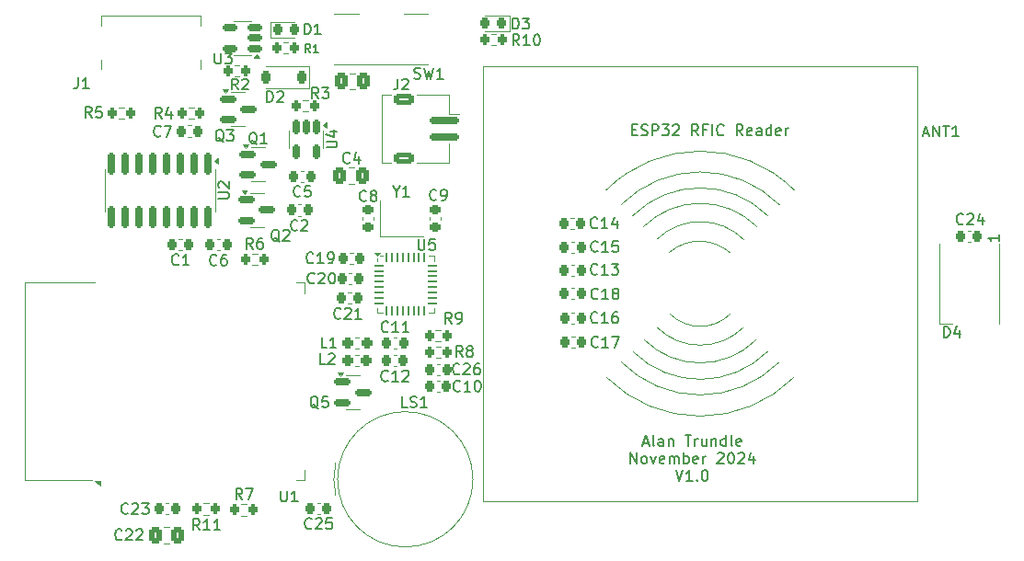
<source format=gbr>
%TF.GenerationSoftware,KiCad,Pcbnew,8.0.5*%
%TF.CreationDate,2024-11-26T11:55:41+00:00*%
%TF.ProjectId,NFC_ESP32,4e46435f-4553-4503-9332-2e6b69636164,rev?*%
%TF.SameCoordinates,Original*%
%TF.FileFunction,Legend,Top*%
%TF.FilePolarity,Positive*%
%FSLAX46Y46*%
G04 Gerber Fmt 4.6, Leading zero omitted, Abs format (unit mm)*
G04 Created by KiCad (PCBNEW 8.0.5) date 2024-11-26 11:55:41*
%MOMM*%
%LPD*%
G01*
G04 APERTURE LIST*
G04 Aperture macros list*
%AMRoundRect*
0 Rectangle with rounded corners*
0 $1 Rounding radius*
0 $2 $3 $4 $5 $6 $7 $8 $9 X,Y pos of 4 corners*
0 Add a 4 corners polygon primitive as box body*
4,1,4,$2,$3,$4,$5,$6,$7,$8,$9,$2,$3,0*
0 Add four circle primitives for the rounded corners*
1,1,$1+$1,$2,$3*
1,1,$1+$1,$4,$5*
1,1,$1+$1,$6,$7*
1,1,$1+$1,$8,$9*
0 Add four rect primitives between the rounded corners*
20,1,$1+$1,$2,$3,$4,$5,0*
20,1,$1+$1,$4,$5,$6,$7,0*
20,1,$1+$1,$6,$7,$8,$9,0*
20,1,$1+$1,$8,$9,$2,$3,0*%
G04 Aperture macros list end*
%ADD10C,0.200000*%
%ADD11C,0.150000*%
%ADD12C,0.120000*%
%ADD13RoundRect,0.150000X0.512500X0.150000X-0.512500X0.150000X-0.512500X-0.150000X0.512500X-0.150000X0*%
%ADD14RoundRect,0.225000X0.225000X0.250000X-0.225000X0.250000X-0.225000X-0.250000X0.225000X-0.250000X0*%
%ADD15RoundRect,0.225000X-0.225000X-0.250000X0.225000X-0.250000X0.225000X0.250000X-0.225000X0.250000X0*%
%ADD16RoundRect,0.200000X0.200000X0.275000X-0.200000X0.275000X-0.200000X-0.275000X0.200000X-0.275000X0*%
%ADD17C,2.200000*%
%ADD18RoundRect,0.150000X-0.587500X-0.150000X0.587500X-0.150000X0.587500X0.150000X-0.587500X0.150000X0*%
%ADD19RoundRect,0.200000X-0.200000X-0.275000X0.200000X-0.275000X0.200000X0.275000X-0.200000X0.275000X0*%
%ADD20C,0.600000*%
%ADD21R,1.000000X2.000000*%
%ADD22O,0.850000X0.600000*%
%ADD23R,0.520000X1.000000*%
%ADD24R,0.270000X1.000000*%
%ADD25O,1.300000X2.300000*%
%ADD26O,1.300000X2.600000*%
%ADD27RoundRect,0.150000X-0.150000X0.825000X-0.150000X-0.825000X0.150000X-0.825000X0.150000X0.825000X0*%
%ADD28R,0.900000X1.500000*%
%ADD29R,1.500000X0.900000*%
%ADD30R,3.800000X3.800000*%
%ADD31RoundRect,0.237500X-0.287500X-0.237500X0.287500X-0.237500X0.287500X0.237500X-0.287500X0.237500X0*%
%ADD32R,2.000000X2.000000*%
%ADD33C,2.000000*%
%ADD34RoundRect,0.175000X-1.175000X0.175000X-1.175000X-0.175000X1.175000X-0.175000X1.175000X0.175000X0*%
%ADD35RoundRect,0.250000X-0.700000X0.300000X-0.700000X-0.300000X0.700000X-0.300000X0.700000X0.300000X0*%
%ADD36RoundRect,0.225000X0.250000X-0.225000X0.250000X0.225000X-0.250000X0.225000X-0.250000X-0.225000X0*%
%ADD37O,2.200000X3.500000*%
%ADD38R,1.500000X2.500000*%
%ADD39O,1.500000X2.500000*%
%ADD40R,1.400000X1.200000*%
%ADD41RoundRect,0.062500X-0.375000X-0.062500X0.375000X-0.062500X0.375000X0.062500X-0.375000X0.062500X0*%
%ADD42RoundRect,0.062500X-0.062500X-0.375000X0.062500X-0.375000X0.062500X0.375000X-0.062500X0.375000X0*%
%ADD43R,3.100000X3.100000*%
%ADD44RoundRect,0.250000X-0.337500X-0.475000X0.337500X-0.475000X0.337500X0.475000X-0.337500X0.475000X0*%
%ADD45RoundRect,0.250000X0.337500X0.475000X-0.337500X0.475000X-0.337500X-0.475000X0.337500X-0.475000X0*%
%ADD46RoundRect,0.150000X-0.150000X0.512500X-0.150000X-0.512500X0.150000X-0.512500X0.150000X0.512500X0*%
%ADD47RoundRect,0.218750X-0.218750X-0.256250X0.218750X-0.256250X0.218750X0.256250X-0.218750X0.256250X0*%
%ADD48RoundRect,0.218750X0.218750X0.256250X-0.218750X0.256250X-0.218750X-0.256250X0.218750X-0.256250X0*%
%ADD49RoundRect,0.225000X0.225000X0.375000X-0.225000X0.375000X-0.225000X-0.375000X0.225000X-0.375000X0*%
G04 APERTURE END LIST*
D10*
X155749673Y-40823409D02*
X156083006Y-40823409D01*
X156225863Y-41347219D02*
X155749673Y-41347219D01*
X155749673Y-41347219D02*
X155749673Y-40347219D01*
X155749673Y-40347219D02*
X156225863Y-40347219D01*
X156606816Y-41299600D02*
X156749673Y-41347219D01*
X156749673Y-41347219D02*
X156987768Y-41347219D01*
X156987768Y-41347219D02*
X157083006Y-41299600D01*
X157083006Y-41299600D02*
X157130625Y-41251980D01*
X157130625Y-41251980D02*
X157178244Y-41156742D01*
X157178244Y-41156742D02*
X157178244Y-41061504D01*
X157178244Y-41061504D02*
X157130625Y-40966266D01*
X157130625Y-40966266D02*
X157083006Y-40918647D01*
X157083006Y-40918647D02*
X156987768Y-40871028D01*
X156987768Y-40871028D02*
X156797292Y-40823409D01*
X156797292Y-40823409D02*
X156702054Y-40775790D01*
X156702054Y-40775790D02*
X156654435Y-40728171D01*
X156654435Y-40728171D02*
X156606816Y-40632933D01*
X156606816Y-40632933D02*
X156606816Y-40537695D01*
X156606816Y-40537695D02*
X156654435Y-40442457D01*
X156654435Y-40442457D02*
X156702054Y-40394838D01*
X156702054Y-40394838D02*
X156797292Y-40347219D01*
X156797292Y-40347219D02*
X157035387Y-40347219D01*
X157035387Y-40347219D02*
X157178244Y-40394838D01*
X157606816Y-41347219D02*
X157606816Y-40347219D01*
X157606816Y-40347219D02*
X157987768Y-40347219D01*
X157987768Y-40347219D02*
X158083006Y-40394838D01*
X158083006Y-40394838D02*
X158130625Y-40442457D01*
X158130625Y-40442457D02*
X158178244Y-40537695D01*
X158178244Y-40537695D02*
X158178244Y-40680552D01*
X158178244Y-40680552D02*
X158130625Y-40775790D01*
X158130625Y-40775790D02*
X158083006Y-40823409D01*
X158083006Y-40823409D02*
X157987768Y-40871028D01*
X157987768Y-40871028D02*
X157606816Y-40871028D01*
X158511578Y-40347219D02*
X159130625Y-40347219D01*
X159130625Y-40347219D02*
X158797292Y-40728171D01*
X158797292Y-40728171D02*
X158940149Y-40728171D01*
X158940149Y-40728171D02*
X159035387Y-40775790D01*
X159035387Y-40775790D02*
X159083006Y-40823409D01*
X159083006Y-40823409D02*
X159130625Y-40918647D01*
X159130625Y-40918647D02*
X159130625Y-41156742D01*
X159130625Y-41156742D02*
X159083006Y-41251980D01*
X159083006Y-41251980D02*
X159035387Y-41299600D01*
X159035387Y-41299600D02*
X158940149Y-41347219D01*
X158940149Y-41347219D02*
X158654435Y-41347219D01*
X158654435Y-41347219D02*
X158559197Y-41299600D01*
X158559197Y-41299600D02*
X158511578Y-41251980D01*
X159511578Y-40442457D02*
X159559197Y-40394838D01*
X159559197Y-40394838D02*
X159654435Y-40347219D01*
X159654435Y-40347219D02*
X159892530Y-40347219D01*
X159892530Y-40347219D02*
X159987768Y-40394838D01*
X159987768Y-40394838D02*
X160035387Y-40442457D01*
X160035387Y-40442457D02*
X160083006Y-40537695D01*
X160083006Y-40537695D02*
X160083006Y-40632933D01*
X160083006Y-40632933D02*
X160035387Y-40775790D01*
X160035387Y-40775790D02*
X159463959Y-41347219D01*
X159463959Y-41347219D02*
X160083006Y-41347219D01*
X161844911Y-41347219D02*
X161511578Y-40871028D01*
X161273483Y-41347219D02*
X161273483Y-40347219D01*
X161273483Y-40347219D02*
X161654435Y-40347219D01*
X161654435Y-40347219D02*
X161749673Y-40394838D01*
X161749673Y-40394838D02*
X161797292Y-40442457D01*
X161797292Y-40442457D02*
X161844911Y-40537695D01*
X161844911Y-40537695D02*
X161844911Y-40680552D01*
X161844911Y-40680552D02*
X161797292Y-40775790D01*
X161797292Y-40775790D02*
X161749673Y-40823409D01*
X161749673Y-40823409D02*
X161654435Y-40871028D01*
X161654435Y-40871028D02*
X161273483Y-40871028D01*
X162606816Y-40823409D02*
X162273483Y-40823409D01*
X162273483Y-41347219D02*
X162273483Y-40347219D01*
X162273483Y-40347219D02*
X162749673Y-40347219D01*
X163130626Y-41347219D02*
X163130626Y-40347219D01*
X164178244Y-41251980D02*
X164130625Y-41299600D01*
X164130625Y-41299600D02*
X163987768Y-41347219D01*
X163987768Y-41347219D02*
X163892530Y-41347219D01*
X163892530Y-41347219D02*
X163749673Y-41299600D01*
X163749673Y-41299600D02*
X163654435Y-41204361D01*
X163654435Y-41204361D02*
X163606816Y-41109123D01*
X163606816Y-41109123D02*
X163559197Y-40918647D01*
X163559197Y-40918647D02*
X163559197Y-40775790D01*
X163559197Y-40775790D02*
X163606816Y-40585314D01*
X163606816Y-40585314D02*
X163654435Y-40490076D01*
X163654435Y-40490076D02*
X163749673Y-40394838D01*
X163749673Y-40394838D02*
X163892530Y-40347219D01*
X163892530Y-40347219D02*
X163987768Y-40347219D01*
X163987768Y-40347219D02*
X164130625Y-40394838D01*
X164130625Y-40394838D02*
X164178244Y-40442457D01*
X165940149Y-41347219D02*
X165606816Y-40871028D01*
X165368721Y-41347219D02*
X165368721Y-40347219D01*
X165368721Y-40347219D02*
X165749673Y-40347219D01*
X165749673Y-40347219D02*
X165844911Y-40394838D01*
X165844911Y-40394838D02*
X165892530Y-40442457D01*
X165892530Y-40442457D02*
X165940149Y-40537695D01*
X165940149Y-40537695D02*
X165940149Y-40680552D01*
X165940149Y-40680552D02*
X165892530Y-40775790D01*
X165892530Y-40775790D02*
X165844911Y-40823409D01*
X165844911Y-40823409D02*
X165749673Y-40871028D01*
X165749673Y-40871028D02*
X165368721Y-40871028D01*
X166749673Y-41299600D02*
X166654435Y-41347219D01*
X166654435Y-41347219D02*
X166463959Y-41347219D01*
X166463959Y-41347219D02*
X166368721Y-41299600D01*
X166368721Y-41299600D02*
X166321102Y-41204361D01*
X166321102Y-41204361D02*
X166321102Y-40823409D01*
X166321102Y-40823409D02*
X166368721Y-40728171D01*
X166368721Y-40728171D02*
X166463959Y-40680552D01*
X166463959Y-40680552D02*
X166654435Y-40680552D01*
X166654435Y-40680552D02*
X166749673Y-40728171D01*
X166749673Y-40728171D02*
X166797292Y-40823409D01*
X166797292Y-40823409D02*
X166797292Y-40918647D01*
X166797292Y-40918647D02*
X166321102Y-41013885D01*
X167654435Y-41347219D02*
X167654435Y-40823409D01*
X167654435Y-40823409D02*
X167606816Y-40728171D01*
X167606816Y-40728171D02*
X167511578Y-40680552D01*
X167511578Y-40680552D02*
X167321102Y-40680552D01*
X167321102Y-40680552D02*
X167225864Y-40728171D01*
X167654435Y-41299600D02*
X167559197Y-41347219D01*
X167559197Y-41347219D02*
X167321102Y-41347219D01*
X167321102Y-41347219D02*
X167225864Y-41299600D01*
X167225864Y-41299600D02*
X167178245Y-41204361D01*
X167178245Y-41204361D02*
X167178245Y-41109123D01*
X167178245Y-41109123D02*
X167225864Y-41013885D01*
X167225864Y-41013885D02*
X167321102Y-40966266D01*
X167321102Y-40966266D02*
X167559197Y-40966266D01*
X167559197Y-40966266D02*
X167654435Y-40918647D01*
X168559197Y-41347219D02*
X168559197Y-40347219D01*
X168559197Y-41299600D02*
X168463959Y-41347219D01*
X168463959Y-41347219D02*
X168273483Y-41347219D01*
X168273483Y-41347219D02*
X168178245Y-41299600D01*
X168178245Y-41299600D02*
X168130626Y-41251980D01*
X168130626Y-41251980D02*
X168083007Y-41156742D01*
X168083007Y-41156742D02*
X168083007Y-40871028D01*
X168083007Y-40871028D02*
X168130626Y-40775790D01*
X168130626Y-40775790D02*
X168178245Y-40728171D01*
X168178245Y-40728171D02*
X168273483Y-40680552D01*
X168273483Y-40680552D02*
X168463959Y-40680552D01*
X168463959Y-40680552D02*
X168559197Y-40728171D01*
X169416340Y-41299600D02*
X169321102Y-41347219D01*
X169321102Y-41347219D02*
X169130626Y-41347219D01*
X169130626Y-41347219D02*
X169035388Y-41299600D01*
X169035388Y-41299600D02*
X168987769Y-41204361D01*
X168987769Y-41204361D02*
X168987769Y-40823409D01*
X168987769Y-40823409D02*
X169035388Y-40728171D01*
X169035388Y-40728171D02*
X169130626Y-40680552D01*
X169130626Y-40680552D02*
X169321102Y-40680552D01*
X169321102Y-40680552D02*
X169416340Y-40728171D01*
X169416340Y-40728171D02*
X169463959Y-40823409D01*
X169463959Y-40823409D02*
X169463959Y-40918647D01*
X169463959Y-40918647D02*
X168987769Y-41013885D01*
X169892531Y-41347219D02*
X169892531Y-40680552D01*
X169892531Y-40871028D02*
X169940150Y-40775790D01*
X169940150Y-40775790D02*
X169987769Y-40728171D01*
X169987769Y-40728171D02*
X170083007Y-40680552D01*
X170083007Y-40680552D02*
X170178245Y-40680552D01*
X156776189Y-69661616D02*
X157252379Y-69661616D01*
X156680951Y-69947331D02*
X157014284Y-68947331D01*
X157014284Y-68947331D02*
X157347617Y-69947331D01*
X157823808Y-69947331D02*
X157728570Y-69899712D01*
X157728570Y-69899712D02*
X157680951Y-69804473D01*
X157680951Y-69804473D02*
X157680951Y-68947331D01*
X158633332Y-69947331D02*
X158633332Y-69423521D01*
X158633332Y-69423521D02*
X158585713Y-69328283D01*
X158585713Y-69328283D02*
X158490475Y-69280664D01*
X158490475Y-69280664D02*
X158299999Y-69280664D01*
X158299999Y-69280664D02*
X158204761Y-69328283D01*
X158633332Y-69899712D02*
X158538094Y-69947331D01*
X158538094Y-69947331D02*
X158299999Y-69947331D01*
X158299999Y-69947331D02*
X158204761Y-69899712D01*
X158204761Y-69899712D02*
X158157142Y-69804473D01*
X158157142Y-69804473D02*
X158157142Y-69709235D01*
X158157142Y-69709235D02*
X158204761Y-69613997D01*
X158204761Y-69613997D02*
X158299999Y-69566378D01*
X158299999Y-69566378D02*
X158538094Y-69566378D01*
X158538094Y-69566378D02*
X158633332Y-69518759D01*
X159109523Y-69280664D02*
X159109523Y-69947331D01*
X159109523Y-69375902D02*
X159157142Y-69328283D01*
X159157142Y-69328283D02*
X159252380Y-69280664D01*
X159252380Y-69280664D02*
X159395237Y-69280664D01*
X159395237Y-69280664D02*
X159490475Y-69328283D01*
X159490475Y-69328283D02*
X159538094Y-69423521D01*
X159538094Y-69423521D02*
X159538094Y-69947331D01*
X160633333Y-68947331D02*
X161204761Y-68947331D01*
X160919047Y-69947331D02*
X160919047Y-68947331D01*
X161538095Y-69947331D02*
X161538095Y-69280664D01*
X161538095Y-69471140D02*
X161585714Y-69375902D01*
X161585714Y-69375902D02*
X161633333Y-69328283D01*
X161633333Y-69328283D02*
X161728571Y-69280664D01*
X161728571Y-69280664D02*
X161823809Y-69280664D01*
X162585714Y-69280664D02*
X162585714Y-69947331D01*
X162157143Y-69280664D02*
X162157143Y-69804473D01*
X162157143Y-69804473D02*
X162204762Y-69899712D01*
X162204762Y-69899712D02*
X162300000Y-69947331D01*
X162300000Y-69947331D02*
X162442857Y-69947331D01*
X162442857Y-69947331D02*
X162538095Y-69899712D01*
X162538095Y-69899712D02*
X162585714Y-69852092D01*
X163061905Y-69280664D02*
X163061905Y-69947331D01*
X163061905Y-69375902D02*
X163109524Y-69328283D01*
X163109524Y-69328283D02*
X163204762Y-69280664D01*
X163204762Y-69280664D02*
X163347619Y-69280664D01*
X163347619Y-69280664D02*
X163442857Y-69328283D01*
X163442857Y-69328283D02*
X163490476Y-69423521D01*
X163490476Y-69423521D02*
X163490476Y-69947331D01*
X164395238Y-69947331D02*
X164395238Y-68947331D01*
X164395238Y-69899712D02*
X164300000Y-69947331D01*
X164300000Y-69947331D02*
X164109524Y-69947331D01*
X164109524Y-69947331D02*
X164014286Y-69899712D01*
X164014286Y-69899712D02*
X163966667Y-69852092D01*
X163966667Y-69852092D02*
X163919048Y-69756854D01*
X163919048Y-69756854D02*
X163919048Y-69471140D01*
X163919048Y-69471140D02*
X163966667Y-69375902D01*
X163966667Y-69375902D02*
X164014286Y-69328283D01*
X164014286Y-69328283D02*
X164109524Y-69280664D01*
X164109524Y-69280664D02*
X164300000Y-69280664D01*
X164300000Y-69280664D02*
X164395238Y-69328283D01*
X165014286Y-69947331D02*
X164919048Y-69899712D01*
X164919048Y-69899712D02*
X164871429Y-69804473D01*
X164871429Y-69804473D02*
X164871429Y-68947331D01*
X165776191Y-69899712D02*
X165680953Y-69947331D01*
X165680953Y-69947331D02*
X165490477Y-69947331D01*
X165490477Y-69947331D02*
X165395239Y-69899712D01*
X165395239Y-69899712D02*
X165347620Y-69804473D01*
X165347620Y-69804473D02*
X165347620Y-69423521D01*
X165347620Y-69423521D02*
X165395239Y-69328283D01*
X165395239Y-69328283D02*
X165490477Y-69280664D01*
X165490477Y-69280664D02*
X165680953Y-69280664D01*
X165680953Y-69280664D02*
X165776191Y-69328283D01*
X165776191Y-69328283D02*
X165823810Y-69423521D01*
X165823810Y-69423521D02*
X165823810Y-69518759D01*
X165823810Y-69518759D02*
X165347620Y-69613997D01*
X155609523Y-71557275D02*
X155609523Y-70557275D01*
X155609523Y-70557275D02*
X156180951Y-71557275D01*
X156180951Y-71557275D02*
X156180951Y-70557275D01*
X156799999Y-71557275D02*
X156704761Y-71509656D01*
X156704761Y-71509656D02*
X156657142Y-71462036D01*
X156657142Y-71462036D02*
X156609523Y-71366798D01*
X156609523Y-71366798D02*
X156609523Y-71081084D01*
X156609523Y-71081084D02*
X156657142Y-70985846D01*
X156657142Y-70985846D02*
X156704761Y-70938227D01*
X156704761Y-70938227D02*
X156799999Y-70890608D01*
X156799999Y-70890608D02*
X156942856Y-70890608D01*
X156942856Y-70890608D02*
X157038094Y-70938227D01*
X157038094Y-70938227D02*
X157085713Y-70985846D01*
X157085713Y-70985846D02*
X157133332Y-71081084D01*
X157133332Y-71081084D02*
X157133332Y-71366798D01*
X157133332Y-71366798D02*
X157085713Y-71462036D01*
X157085713Y-71462036D02*
X157038094Y-71509656D01*
X157038094Y-71509656D02*
X156942856Y-71557275D01*
X156942856Y-71557275D02*
X156799999Y-71557275D01*
X157466666Y-70890608D02*
X157704761Y-71557275D01*
X157704761Y-71557275D02*
X157942856Y-70890608D01*
X158704761Y-71509656D02*
X158609523Y-71557275D01*
X158609523Y-71557275D02*
X158419047Y-71557275D01*
X158419047Y-71557275D02*
X158323809Y-71509656D01*
X158323809Y-71509656D02*
X158276190Y-71414417D01*
X158276190Y-71414417D02*
X158276190Y-71033465D01*
X158276190Y-71033465D02*
X158323809Y-70938227D01*
X158323809Y-70938227D02*
X158419047Y-70890608D01*
X158419047Y-70890608D02*
X158609523Y-70890608D01*
X158609523Y-70890608D02*
X158704761Y-70938227D01*
X158704761Y-70938227D02*
X158752380Y-71033465D01*
X158752380Y-71033465D02*
X158752380Y-71128703D01*
X158752380Y-71128703D02*
X158276190Y-71223941D01*
X159180952Y-71557275D02*
X159180952Y-70890608D01*
X159180952Y-70985846D02*
X159228571Y-70938227D01*
X159228571Y-70938227D02*
X159323809Y-70890608D01*
X159323809Y-70890608D02*
X159466666Y-70890608D01*
X159466666Y-70890608D02*
X159561904Y-70938227D01*
X159561904Y-70938227D02*
X159609523Y-71033465D01*
X159609523Y-71033465D02*
X159609523Y-71557275D01*
X159609523Y-71033465D02*
X159657142Y-70938227D01*
X159657142Y-70938227D02*
X159752380Y-70890608D01*
X159752380Y-70890608D02*
X159895237Y-70890608D01*
X159895237Y-70890608D02*
X159990476Y-70938227D01*
X159990476Y-70938227D02*
X160038095Y-71033465D01*
X160038095Y-71033465D02*
X160038095Y-71557275D01*
X160514285Y-71557275D02*
X160514285Y-70557275D01*
X160514285Y-70938227D02*
X160609523Y-70890608D01*
X160609523Y-70890608D02*
X160799999Y-70890608D01*
X160799999Y-70890608D02*
X160895237Y-70938227D01*
X160895237Y-70938227D02*
X160942856Y-70985846D01*
X160942856Y-70985846D02*
X160990475Y-71081084D01*
X160990475Y-71081084D02*
X160990475Y-71366798D01*
X160990475Y-71366798D02*
X160942856Y-71462036D01*
X160942856Y-71462036D02*
X160895237Y-71509656D01*
X160895237Y-71509656D02*
X160799999Y-71557275D01*
X160799999Y-71557275D02*
X160609523Y-71557275D01*
X160609523Y-71557275D02*
X160514285Y-71509656D01*
X161799999Y-71509656D02*
X161704761Y-71557275D01*
X161704761Y-71557275D02*
X161514285Y-71557275D01*
X161514285Y-71557275D02*
X161419047Y-71509656D01*
X161419047Y-71509656D02*
X161371428Y-71414417D01*
X161371428Y-71414417D02*
X161371428Y-71033465D01*
X161371428Y-71033465D02*
X161419047Y-70938227D01*
X161419047Y-70938227D02*
X161514285Y-70890608D01*
X161514285Y-70890608D02*
X161704761Y-70890608D01*
X161704761Y-70890608D02*
X161799999Y-70938227D01*
X161799999Y-70938227D02*
X161847618Y-71033465D01*
X161847618Y-71033465D02*
X161847618Y-71128703D01*
X161847618Y-71128703D02*
X161371428Y-71223941D01*
X162276190Y-71557275D02*
X162276190Y-70890608D01*
X162276190Y-71081084D02*
X162323809Y-70985846D01*
X162323809Y-70985846D02*
X162371428Y-70938227D01*
X162371428Y-70938227D02*
X162466666Y-70890608D01*
X162466666Y-70890608D02*
X162561904Y-70890608D01*
X163609524Y-70652513D02*
X163657143Y-70604894D01*
X163657143Y-70604894D02*
X163752381Y-70557275D01*
X163752381Y-70557275D02*
X163990476Y-70557275D01*
X163990476Y-70557275D02*
X164085714Y-70604894D01*
X164085714Y-70604894D02*
X164133333Y-70652513D01*
X164133333Y-70652513D02*
X164180952Y-70747751D01*
X164180952Y-70747751D02*
X164180952Y-70842989D01*
X164180952Y-70842989D02*
X164133333Y-70985846D01*
X164133333Y-70985846D02*
X163561905Y-71557275D01*
X163561905Y-71557275D02*
X164180952Y-71557275D01*
X164800000Y-70557275D02*
X164895238Y-70557275D01*
X164895238Y-70557275D02*
X164990476Y-70604894D01*
X164990476Y-70604894D02*
X165038095Y-70652513D01*
X165038095Y-70652513D02*
X165085714Y-70747751D01*
X165085714Y-70747751D02*
X165133333Y-70938227D01*
X165133333Y-70938227D02*
X165133333Y-71176322D01*
X165133333Y-71176322D02*
X165085714Y-71366798D01*
X165085714Y-71366798D02*
X165038095Y-71462036D01*
X165038095Y-71462036D02*
X164990476Y-71509656D01*
X164990476Y-71509656D02*
X164895238Y-71557275D01*
X164895238Y-71557275D02*
X164800000Y-71557275D01*
X164800000Y-71557275D02*
X164704762Y-71509656D01*
X164704762Y-71509656D02*
X164657143Y-71462036D01*
X164657143Y-71462036D02*
X164609524Y-71366798D01*
X164609524Y-71366798D02*
X164561905Y-71176322D01*
X164561905Y-71176322D02*
X164561905Y-70938227D01*
X164561905Y-70938227D02*
X164609524Y-70747751D01*
X164609524Y-70747751D02*
X164657143Y-70652513D01*
X164657143Y-70652513D02*
X164704762Y-70604894D01*
X164704762Y-70604894D02*
X164800000Y-70557275D01*
X165514286Y-70652513D02*
X165561905Y-70604894D01*
X165561905Y-70604894D02*
X165657143Y-70557275D01*
X165657143Y-70557275D02*
X165895238Y-70557275D01*
X165895238Y-70557275D02*
X165990476Y-70604894D01*
X165990476Y-70604894D02*
X166038095Y-70652513D01*
X166038095Y-70652513D02*
X166085714Y-70747751D01*
X166085714Y-70747751D02*
X166085714Y-70842989D01*
X166085714Y-70842989D02*
X166038095Y-70985846D01*
X166038095Y-70985846D02*
X165466667Y-71557275D01*
X165466667Y-71557275D02*
X166085714Y-71557275D01*
X166942857Y-70890608D02*
X166942857Y-71557275D01*
X166704762Y-70509656D02*
X166466667Y-71223941D01*
X166466667Y-71223941D02*
X167085714Y-71223941D01*
X159776191Y-72167219D02*
X160109524Y-73167219D01*
X160109524Y-73167219D02*
X160442857Y-72167219D01*
X161300000Y-73167219D02*
X160728572Y-73167219D01*
X161014286Y-73167219D02*
X161014286Y-72167219D01*
X161014286Y-72167219D02*
X160919048Y-72310076D01*
X160919048Y-72310076D02*
X160823810Y-72405314D01*
X160823810Y-72405314D02*
X160728572Y-72452933D01*
X161728572Y-73071980D02*
X161776191Y-73119600D01*
X161776191Y-73119600D02*
X161728572Y-73167219D01*
X161728572Y-73167219D02*
X161680953Y-73119600D01*
X161680953Y-73119600D02*
X161728572Y-73071980D01*
X161728572Y-73071980D02*
X161728572Y-73167219D01*
X162395238Y-72167219D02*
X162490476Y-72167219D01*
X162490476Y-72167219D02*
X162585714Y-72214838D01*
X162585714Y-72214838D02*
X162633333Y-72262457D01*
X162633333Y-72262457D02*
X162680952Y-72357695D01*
X162680952Y-72357695D02*
X162728571Y-72548171D01*
X162728571Y-72548171D02*
X162728571Y-72786266D01*
X162728571Y-72786266D02*
X162680952Y-72976742D01*
X162680952Y-72976742D02*
X162633333Y-73071980D01*
X162633333Y-73071980D02*
X162585714Y-73119600D01*
X162585714Y-73119600D02*
X162490476Y-73167219D01*
X162490476Y-73167219D02*
X162395238Y-73167219D01*
X162395238Y-73167219D02*
X162300000Y-73119600D01*
X162300000Y-73119600D02*
X162252381Y-73071980D01*
X162252381Y-73071980D02*
X162204762Y-72976742D01*
X162204762Y-72976742D02*
X162157143Y-72786266D01*
X162157143Y-72786266D02*
X162157143Y-72548171D01*
X162157143Y-72548171D02*
X162204762Y-72357695D01*
X162204762Y-72357695D02*
X162252381Y-72262457D01*
X162252381Y-72262457D02*
X162300000Y-72214838D01*
X162300000Y-72214838D02*
X162395238Y-72167219D01*
D11*
X117348095Y-33754819D02*
X117348095Y-34564342D01*
X117348095Y-34564342D02*
X117395714Y-34659580D01*
X117395714Y-34659580D02*
X117443333Y-34707200D01*
X117443333Y-34707200D02*
X117538571Y-34754819D01*
X117538571Y-34754819D02*
X117729047Y-34754819D01*
X117729047Y-34754819D02*
X117824285Y-34707200D01*
X117824285Y-34707200D02*
X117871904Y-34659580D01*
X117871904Y-34659580D02*
X117919523Y-34564342D01*
X117919523Y-34564342D02*
X117919523Y-33754819D01*
X118300476Y-33754819D02*
X118919523Y-33754819D01*
X118919523Y-33754819D02*
X118586190Y-34135771D01*
X118586190Y-34135771D02*
X118729047Y-34135771D01*
X118729047Y-34135771D02*
X118824285Y-34183390D01*
X118824285Y-34183390D02*
X118871904Y-34231009D01*
X118871904Y-34231009D02*
X118919523Y-34326247D01*
X118919523Y-34326247D02*
X118919523Y-34564342D01*
X118919523Y-34564342D02*
X118871904Y-34659580D01*
X118871904Y-34659580D02*
X118824285Y-34707200D01*
X118824285Y-34707200D02*
X118729047Y-34754819D01*
X118729047Y-34754819D02*
X118443333Y-34754819D01*
X118443333Y-34754819D02*
X118348095Y-34707200D01*
X118348095Y-34707200D02*
X118300476Y-34659580D01*
X128937142Y-58139580D02*
X128889523Y-58187200D01*
X128889523Y-58187200D02*
X128746666Y-58234819D01*
X128746666Y-58234819D02*
X128651428Y-58234819D01*
X128651428Y-58234819D02*
X128508571Y-58187200D01*
X128508571Y-58187200D02*
X128413333Y-58091961D01*
X128413333Y-58091961D02*
X128365714Y-57996723D01*
X128365714Y-57996723D02*
X128318095Y-57806247D01*
X128318095Y-57806247D02*
X128318095Y-57663390D01*
X128318095Y-57663390D02*
X128365714Y-57472914D01*
X128365714Y-57472914D02*
X128413333Y-57377676D01*
X128413333Y-57377676D02*
X128508571Y-57282438D01*
X128508571Y-57282438D02*
X128651428Y-57234819D01*
X128651428Y-57234819D02*
X128746666Y-57234819D01*
X128746666Y-57234819D02*
X128889523Y-57282438D01*
X128889523Y-57282438D02*
X128937142Y-57330057D01*
X129318095Y-57330057D02*
X129365714Y-57282438D01*
X129365714Y-57282438D02*
X129460952Y-57234819D01*
X129460952Y-57234819D02*
X129699047Y-57234819D01*
X129699047Y-57234819D02*
X129794285Y-57282438D01*
X129794285Y-57282438D02*
X129841904Y-57330057D01*
X129841904Y-57330057D02*
X129889523Y-57425295D01*
X129889523Y-57425295D02*
X129889523Y-57520533D01*
X129889523Y-57520533D02*
X129841904Y-57663390D01*
X129841904Y-57663390D02*
X129270476Y-58234819D01*
X129270476Y-58234819D02*
X129889523Y-58234819D01*
X130841904Y-58234819D02*
X130270476Y-58234819D01*
X130556190Y-58234819D02*
X130556190Y-57234819D01*
X130556190Y-57234819D02*
X130460952Y-57377676D01*
X130460952Y-57377676D02*
X130365714Y-57472914D01*
X130365714Y-57472914D02*
X130270476Y-57520533D01*
X182560952Y-41159104D02*
X183037142Y-41159104D01*
X182465714Y-41444819D02*
X182799047Y-40444819D01*
X182799047Y-40444819D02*
X183132380Y-41444819D01*
X183465714Y-41444819D02*
X183465714Y-40444819D01*
X183465714Y-40444819D02*
X184037142Y-41444819D01*
X184037142Y-41444819D02*
X184037142Y-40444819D01*
X184370476Y-40444819D02*
X184941904Y-40444819D01*
X184656190Y-41444819D02*
X184656190Y-40444819D01*
X185799047Y-41444819D02*
X185227619Y-41444819D01*
X185513333Y-41444819D02*
X185513333Y-40444819D01*
X185513333Y-40444819D02*
X185418095Y-40587676D01*
X185418095Y-40587676D02*
X185322857Y-40682914D01*
X185322857Y-40682914D02*
X185227619Y-40730533D01*
X126517142Y-54899580D02*
X126469523Y-54947200D01*
X126469523Y-54947200D02*
X126326666Y-54994819D01*
X126326666Y-54994819D02*
X126231428Y-54994819D01*
X126231428Y-54994819D02*
X126088571Y-54947200D01*
X126088571Y-54947200D02*
X125993333Y-54851961D01*
X125993333Y-54851961D02*
X125945714Y-54756723D01*
X125945714Y-54756723D02*
X125898095Y-54566247D01*
X125898095Y-54566247D02*
X125898095Y-54423390D01*
X125898095Y-54423390D02*
X125945714Y-54232914D01*
X125945714Y-54232914D02*
X125993333Y-54137676D01*
X125993333Y-54137676D02*
X126088571Y-54042438D01*
X126088571Y-54042438D02*
X126231428Y-53994819D01*
X126231428Y-53994819D02*
X126326666Y-53994819D01*
X126326666Y-53994819D02*
X126469523Y-54042438D01*
X126469523Y-54042438D02*
X126517142Y-54090057D01*
X126898095Y-54090057D02*
X126945714Y-54042438D01*
X126945714Y-54042438D02*
X127040952Y-53994819D01*
X127040952Y-53994819D02*
X127279047Y-53994819D01*
X127279047Y-53994819D02*
X127374285Y-54042438D01*
X127374285Y-54042438D02*
X127421904Y-54090057D01*
X127421904Y-54090057D02*
X127469523Y-54185295D01*
X127469523Y-54185295D02*
X127469523Y-54280533D01*
X127469523Y-54280533D02*
X127421904Y-54423390D01*
X127421904Y-54423390D02*
X126850476Y-54994819D01*
X126850476Y-54994819D02*
X127469523Y-54994819D01*
X128088571Y-53994819D02*
X128183809Y-53994819D01*
X128183809Y-53994819D02*
X128279047Y-54042438D01*
X128279047Y-54042438D02*
X128326666Y-54090057D01*
X128326666Y-54090057D02*
X128374285Y-54185295D01*
X128374285Y-54185295D02*
X128421904Y-54375771D01*
X128421904Y-54375771D02*
X128421904Y-54613866D01*
X128421904Y-54613866D02*
X128374285Y-54804342D01*
X128374285Y-54804342D02*
X128326666Y-54899580D01*
X128326666Y-54899580D02*
X128279047Y-54947200D01*
X128279047Y-54947200D02*
X128183809Y-54994819D01*
X128183809Y-54994819D02*
X128088571Y-54994819D01*
X128088571Y-54994819D02*
X127993333Y-54947200D01*
X127993333Y-54947200D02*
X127945714Y-54899580D01*
X127945714Y-54899580D02*
X127898095Y-54804342D01*
X127898095Y-54804342D02*
X127850476Y-54613866D01*
X127850476Y-54613866D02*
X127850476Y-54375771D01*
X127850476Y-54375771D02*
X127898095Y-54185295D01*
X127898095Y-54185295D02*
X127945714Y-54090057D01*
X127945714Y-54090057D02*
X127993333Y-54042438D01*
X127993333Y-54042438D02*
X128088571Y-53994819D01*
X133299642Y-59369580D02*
X133252023Y-59417200D01*
X133252023Y-59417200D02*
X133109166Y-59464819D01*
X133109166Y-59464819D02*
X133013928Y-59464819D01*
X133013928Y-59464819D02*
X132871071Y-59417200D01*
X132871071Y-59417200D02*
X132775833Y-59321961D01*
X132775833Y-59321961D02*
X132728214Y-59226723D01*
X132728214Y-59226723D02*
X132680595Y-59036247D01*
X132680595Y-59036247D02*
X132680595Y-58893390D01*
X132680595Y-58893390D02*
X132728214Y-58702914D01*
X132728214Y-58702914D02*
X132775833Y-58607676D01*
X132775833Y-58607676D02*
X132871071Y-58512438D01*
X132871071Y-58512438D02*
X133013928Y-58464819D01*
X133013928Y-58464819D02*
X133109166Y-58464819D01*
X133109166Y-58464819D02*
X133252023Y-58512438D01*
X133252023Y-58512438D02*
X133299642Y-58560057D01*
X134252023Y-59464819D02*
X133680595Y-59464819D01*
X133966309Y-59464819D02*
X133966309Y-58464819D01*
X133966309Y-58464819D02*
X133871071Y-58607676D01*
X133871071Y-58607676D02*
X133775833Y-58702914D01*
X133775833Y-58702914D02*
X133680595Y-58750533D01*
X135204404Y-59464819D02*
X134632976Y-59464819D01*
X134918690Y-59464819D02*
X134918690Y-58464819D01*
X134918690Y-58464819D02*
X134823452Y-58607676D01*
X134823452Y-58607676D02*
X134728214Y-58702914D01*
X134728214Y-58702914D02*
X134632976Y-58750533D01*
X115947142Y-77674819D02*
X115613809Y-77198628D01*
X115375714Y-77674819D02*
X115375714Y-76674819D01*
X115375714Y-76674819D02*
X115756666Y-76674819D01*
X115756666Y-76674819D02*
X115851904Y-76722438D01*
X115851904Y-76722438D02*
X115899523Y-76770057D01*
X115899523Y-76770057D02*
X115947142Y-76865295D01*
X115947142Y-76865295D02*
X115947142Y-77008152D01*
X115947142Y-77008152D02*
X115899523Y-77103390D01*
X115899523Y-77103390D02*
X115851904Y-77151009D01*
X115851904Y-77151009D02*
X115756666Y-77198628D01*
X115756666Y-77198628D02*
X115375714Y-77198628D01*
X116899523Y-77674819D02*
X116328095Y-77674819D01*
X116613809Y-77674819D02*
X116613809Y-76674819D01*
X116613809Y-76674819D02*
X116518571Y-76817676D01*
X116518571Y-76817676D02*
X116423333Y-76912914D01*
X116423333Y-76912914D02*
X116328095Y-76960533D01*
X117851904Y-77674819D02*
X117280476Y-77674819D01*
X117566190Y-77674819D02*
X117566190Y-76674819D01*
X117566190Y-76674819D02*
X117470952Y-76817676D01*
X117470952Y-76817676D02*
X117375714Y-76912914D01*
X117375714Y-76912914D02*
X117280476Y-76960533D01*
X123314761Y-51130057D02*
X123219523Y-51082438D01*
X123219523Y-51082438D02*
X123124285Y-50987200D01*
X123124285Y-50987200D02*
X122981428Y-50844342D01*
X122981428Y-50844342D02*
X122886190Y-50796723D01*
X122886190Y-50796723D02*
X122790952Y-50796723D01*
X122838571Y-51034819D02*
X122743333Y-50987200D01*
X122743333Y-50987200D02*
X122648095Y-50891961D01*
X122648095Y-50891961D02*
X122600476Y-50701485D01*
X122600476Y-50701485D02*
X122600476Y-50368152D01*
X122600476Y-50368152D02*
X122648095Y-50177676D01*
X122648095Y-50177676D02*
X122743333Y-50082438D01*
X122743333Y-50082438D02*
X122838571Y-50034819D01*
X122838571Y-50034819D02*
X123029047Y-50034819D01*
X123029047Y-50034819D02*
X123124285Y-50082438D01*
X123124285Y-50082438D02*
X123219523Y-50177676D01*
X123219523Y-50177676D02*
X123267142Y-50368152D01*
X123267142Y-50368152D02*
X123267142Y-50701485D01*
X123267142Y-50701485D02*
X123219523Y-50891961D01*
X123219523Y-50891961D02*
X123124285Y-50987200D01*
X123124285Y-50987200D02*
X123029047Y-51034819D01*
X123029047Y-51034819D02*
X122838571Y-51034819D01*
X123648095Y-50130057D02*
X123695714Y-50082438D01*
X123695714Y-50082438D02*
X123790952Y-50034819D01*
X123790952Y-50034819D02*
X124029047Y-50034819D01*
X124029047Y-50034819D02*
X124124285Y-50082438D01*
X124124285Y-50082438D02*
X124171904Y-50130057D01*
X124171904Y-50130057D02*
X124219523Y-50225295D01*
X124219523Y-50225295D02*
X124219523Y-50320533D01*
X124219523Y-50320533D02*
X124171904Y-50463390D01*
X124171904Y-50463390D02*
X123600476Y-51034819D01*
X123600476Y-51034819D02*
X124219523Y-51034819D01*
X119873333Y-74844819D02*
X119540000Y-74368628D01*
X119301905Y-74844819D02*
X119301905Y-73844819D01*
X119301905Y-73844819D02*
X119682857Y-73844819D01*
X119682857Y-73844819D02*
X119778095Y-73892438D01*
X119778095Y-73892438D02*
X119825714Y-73940057D01*
X119825714Y-73940057D02*
X119873333Y-74035295D01*
X119873333Y-74035295D02*
X119873333Y-74178152D01*
X119873333Y-74178152D02*
X119825714Y-74273390D01*
X119825714Y-74273390D02*
X119778095Y-74321009D01*
X119778095Y-74321009D02*
X119682857Y-74368628D01*
X119682857Y-74368628D02*
X119301905Y-74368628D01*
X120206667Y-73844819D02*
X120873333Y-73844819D01*
X120873333Y-73844819D02*
X120444762Y-74844819D01*
X104776666Y-36034819D02*
X104776666Y-36749104D01*
X104776666Y-36749104D02*
X104729047Y-36891961D01*
X104729047Y-36891961D02*
X104633809Y-36987200D01*
X104633809Y-36987200D02*
X104490952Y-37034819D01*
X104490952Y-37034819D02*
X104395714Y-37034819D01*
X105776666Y-37034819D02*
X105205238Y-37034819D01*
X105490952Y-37034819D02*
X105490952Y-36034819D01*
X105490952Y-36034819D02*
X105395714Y-36177676D01*
X105395714Y-36177676D02*
X105300476Y-36272914D01*
X105300476Y-36272914D02*
X105205238Y-36320533D01*
X117659819Y-47166904D02*
X118469342Y-47166904D01*
X118469342Y-47166904D02*
X118564580Y-47119285D01*
X118564580Y-47119285D02*
X118612200Y-47071666D01*
X118612200Y-47071666D02*
X118659819Y-46976428D01*
X118659819Y-46976428D02*
X118659819Y-46785952D01*
X118659819Y-46785952D02*
X118612200Y-46690714D01*
X118612200Y-46690714D02*
X118564580Y-46643095D01*
X118564580Y-46643095D02*
X118469342Y-46595476D01*
X118469342Y-46595476D02*
X117659819Y-46595476D01*
X117755057Y-46166904D02*
X117707438Y-46119285D01*
X117707438Y-46119285D02*
X117659819Y-46024047D01*
X117659819Y-46024047D02*
X117659819Y-45785952D01*
X117659819Y-45785952D02*
X117707438Y-45690714D01*
X117707438Y-45690714D02*
X117755057Y-45643095D01*
X117755057Y-45643095D02*
X117850295Y-45595476D01*
X117850295Y-45595476D02*
X117945533Y-45595476D01*
X117945533Y-45595476D02*
X118088390Y-45643095D01*
X118088390Y-45643095D02*
X118659819Y-46214523D01*
X118659819Y-46214523D02*
X118659819Y-45595476D01*
X118164761Y-41950057D02*
X118069523Y-41902438D01*
X118069523Y-41902438D02*
X117974285Y-41807200D01*
X117974285Y-41807200D02*
X117831428Y-41664342D01*
X117831428Y-41664342D02*
X117736190Y-41616723D01*
X117736190Y-41616723D02*
X117640952Y-41616723D01*
X117688571Y-41854819D02*
X117593333Y-41807200D01*
X117593333Y-41807200D02*
X117498095Y-41711961D01*
X117498095Y-41711961D02*
X117450476Y-41521485D01*
X117450476Y-41521485D02*
X117450476Y-41188152D01*
X117450476Y-41188152D02*
X117498095Y-40997676D01*
X117498095Y-40997676D02*
X117593333Y-40902438D01*
X117593333Y-40902438D02*
X117688571Y-40854819D01*
X117688571Y-40854819D02*
X117879047Y-40854819D01*
X117879047Y-40854819D02*
X117974285Y-40902438D01*
X117974285Y-40902438D02*
X118069523Y-40997676D01*
X118069523Y-40997676D02*
X118117142Y-41188152D01*
X118117142Y-41188152D02*
X118117142Y-41521485D01*
X118117142Y-41521485D02*
X118069523Y-41711961D01*
X118069523Y-41711961D02*
X117974285Y-41807200D01*
X117974285Y-41807200D02*
X117879047Y-41854819D01*
X117879047Y-41854819D02*
X117688571Y-41854819D01*
X118450476Y-40854819D02*
X119069523Y-40854819D01*
X119069523Y-40854819D02*
X118736190Y-41235771D01*
X118736190Y-41235771D02*
X118879047Y-41235771D01*
X118879047Y-41235771D02*
X118974285Y-41283390D01*
X118974285Y-41283390D02*
X119021904Y-41331009D01*
X119021904Y-41331009D02*
X119069523Y-41426247D01*
X119069523Y-41426247D02*
X119069523Y-41664342D01*
X119069523Y-41664342D02*
X119021904Y-41759580D01*
X119021904Y-41759580D02*
X118974285Y-41807200D01*
X118974285Y-41807200D02*
X118879047Y-41854819D01*
X118879047Y-41854819D02*
X118593333Y-41854819D01*
X118593333Y-41854819D02*
X118498095Y-41807200D01*
X118498095Y-41807200D02*
X118450476Y-41759580D01*
X123418095Y-74064819D02*
X123418095Y-74874342D01*
X123418095Y-74874342D02*
X123465714Y-74969580D01*
X123465714Y-74969580D02*
X123513333Y-75017200D01*
X123513333Y-75017200D02*
X123608571Y-75064819D01*
X123608571Y-75064819D02*
X123799047Y-75064819D01*
X123799047Y-75064819D02*
X123894285Y-75017200D01*
X123894285Y-75017200D02*
X123941904Y-74969580D01*
X123941904Y-74969580D02*
X123989523Y-74874342D01*
X123989523Y-74874342D02*
X123989523Y-74064819D01*
X124989523Y-75064819D02*
X124418095Y-75064819D01*
X124703809Y-75064819D02*
X124703809Y-74064819D01*
X124703809Y-74064819D02*
X124608571Y-74207676D01*
X124608571Y-74207676D02*
X124513333Y-74302914D01*
X124513333Y-74302914D02*
X124418095Y-74350533D01*
X152617142Y-56339580D02*
X152569523Y-56387200D01*
X152569523Y-56387200D02*
X152426666Y-56434819D01*
X152426666Y-56434819D02*
X152331428Y-56434819D01*
X152331428Y-56434819D02*
X152188571Y-56387200D01*
X152188571Y-56387200D02*
X152093333Y-56291961D01*
X152093333Y-56291961D02*
X152045714Y-56196723D01*
X152045714Y-56196723D02*
X151998095Y-56006247D01*
X151998095Y-56006247D02*
X151998095Y-55863390D01*
X151998095Y-55863390D02*
X152045714Y-55672914D01*
X152045714Y-55672914D02*
X152093333Y-55577676D01*
X152093333Y-55577676D02*
X152188571Y-55482438D01*
X152188571Y-55482438D02*
X152331428Y-55434819D01*
X152331428Y-55434819D02*
X152426666Y-55434819D01*
X152426666Y-55434819D02*
X152569523Y-55482438D01*
X152569523Y-55482438D02*
X152617142Y-55530057D01*
X153569523Y-56434819D02*
X152998095Y-56434819D01*
X153283809Y-56434819D02*
X153283809Y-55434819D01*
X153283809Y-55434819D02*
X153188571Y-55577676D01*
X153188571Y-55577676D02*
X153093333Y-55672914D01*
X153093333Y-55672914D02*
X152998095Y-55720533D01*
X154140952Y-55863390D02*
X154045714Y-55815771D01*
X154045714Y-55815771D02*
X153998095Y-55768152D01*
X153998095Y-55768152D02*
X153950476Y-55672914D01*
X153950476Y-55672914D02*
X153950476Y-55625295D01*
X153950476Y-55625295D02*
X153998095Y-55530057D01*
X153998095Y-55530057D02*
X154045714Y-55482438D01*
X154045714Y-55482438D02*
X154140952Y-55434819D01*
X154140952Y-55434819D02*
X154331428Y-55434819D01*
X154331428Y-55434819D02*
X154426666Y-55482438D01*
X154426666Y-55482438D02*
X154474285Y-55530057D01*
X154474285Y-55530057D02*
X154521904Y-55625295D01*
X154521904Y-55625295D02*
X154521904Y-55672914D01*
X154521904Y-55672914D02*
X154474285Y-55768152D01*
X154474285Y-55768152D02*
X154426666Y-55815771D01*
X154426666Y-55815771D02*
X154331428Y-55863390D01*
X154331428Y-55863390D02*
X154140952Y-55863390D01*
X154140952Y-55863390D02*
X154045714Y-55911009D01*
X154045714Y-55911009D02*
X153998095Y-55958628D01*
X153998095Y-55958628D02*
X153950476Y-56053866D01*
X153950476Y-56053866D02*
X153950476Y-56244342D01*
X153950476Y-56244342D02*
X153998095Y-56339580D01*
X153998095Y-56339580D02*
X154045714Y-56387200D01*
X154045714Y-56387200D02*
X154140952Y-56434819D01*
X154140952Y-56434819D02*
X154331428Y-56434819D01*
X154331428Y-56434819D02*
X154426666Y-56387200D01*
X154426666Y-56387200D02*
X154474285Y-56339580D01*
X154474285Y-56339580D02*
X154521904Y-56244342D01*
X154521904Y-56244342D02*
X154521904Y-56053866D01*
X154521904Y-56053866D02*
X154474285Y-55958628D01*
X154474285Y-55958628D02*
X154426666Y-55911009D01*
X154426666Y-55911009D02*
X154331428Y-55863390D01*
X127668333Y-60914819D02*
X127192143Y-60914819D01*
X127192143Y-60914819D02*
X127192143Y-59914819D01*
X128525476Y-60914819D02*
X127954048Y-60914819D01*
X128239762Y-60914819D02*
X128239762Y-59914819D01*
X128239762Y-59914819D02*
X128144524Y-60057676D01*
X128144524Y-60057676D02*
X128049286Y-60152914D01*
X128049286Y-60152914D02*
X127954048Y-60200533D01*
X124953333Y-50019580D02*
X124905714Y-50067200D01*
X124905714Y-50067200D02*
X124762857Y-50114819D01*
X124762857Y-50114819D02*
X124667619Y-50114819D01*
X124667619Y-50114819D02*
X124524762Y-50067200D01*
X124524762Y-50067200D02*
X124429524Y-49971961D01*
X124429524Y-49971961D02*
X124381905Y-49876723D01*
X124381905Y-49876723D02*
X124334286Y-49686247D01*
X124334286Y-49686247D02*
X124334286Y-49543390D01*
X124334286Y-49543390D02*
X124381905Y-49352914D01*
X124381905Y-49352914D02*
X124429524Y-49257676D01*
X124429524Y-49257676D02*
X124524762Y-49162438D01*
X124524762Y-49162438D02*
X124667619Y-49114819D01*
X124667619Y-49114819D02*
X124762857Y-49114819D01*
X124762857Y-49114819D02*
X124905714Y-49162438D01*
X124905714Y-49162438D02*
X124953333Y-49210057D01*
X125334286Y-49210057D02*
X125381905Y-49162438D01*
X125381905Y-49162438D02*
X125477143Y-49114819D01*
X125477143Y-49114819D02*
X125715238Y-49114819D01*
X125715238Y-49114819D02*
X125810476Y-49162438D01*
X125810476Y-49162438D02*
X125858095Y-49210057D01*
X125858095Y-49210057D02*
X125905714Y-49305295D01*
X125905714Y-49305295D02*
X125905714Y-49400533D01*
X125905714Y-49400533D02*
X125858095Y-49543390D01*
X125858095Y-49543390D02*
X125286667Y-50114819D01*
X125286667Y-50114819D02*
X125905714Y-50114819D01*
X135056358Y-66384819D02*
X134580168Y-66384819D01*
X134580168Y-66384819D02*
X134580168Y-65384819D01*
X135342073Y-66337200D02*
X135484930Y-66384819D01*
X135484930Y-66384819D02*
X135723025Y-66384819D01*
X135723025Y-66384819D02*
X135818263Y-66337200D01*
X135818263Y-66337200D02*
X135865882Y-66289580D01*
X135865882Y-66289580D02*
X135913501Y-66194342D01*
X135913501Y-66194342D02*
X135913501Y-66099104D01*
X135913501Y-66099104D02*
X135865882Y-66003866D01*
X135865882Y-66003866D02*
X135818263Y-65956247D01*
X135818263Y-65956247D02*
X135723025Y-65908628D01*
X135723025Y-65908628D02*
X135532549Y-65861009D01*
X135532549Y-65861009D02*
X135437311Y-65813390D01*
X135437311Y-65813390D02*
X135389692Y-65765771D01*
X135389692Y-65765771D02*
X135342073Y-65670533D01*
X135342073Y-65670533D02*
X135342073Y-65575295D01*
X135342073Y-65575295D02*
X135389692Y-65480057D01*
X135389692Y-65480057D02*
X135437311Y-65432438D01*
X135437311Y-65432438D02*
X135532549Y-65384819D01*
X135532549Y-65384819D02*
X135770644Y-65384819D01*
X135770644Y-65384819D02*
X135913501Y-65432438D01*
X136865882Y-66384819D02*
X136294454Y-66384819D01*
X136580168Y-66384819D02*
X136580168Y-65384819D01*
X136580168Y-65384819D02*
X136484930Y-65527676D01*
X136484930Y-65527676D02*
X136389692Y-65622914D01*
X136389692Y-65622914D02*
X136294454Y-65670533D01*
X126893333Y-37944819D02*
X126560000Y-37468628D01*
X126321905Y-37944819D02*
X126321905Y-36944819D01*
X126321905Y-36944819D02*
X126702857Y-36944819D01*
X126702857Y-36944819D02*
X126798095Y-36992438D01*
X126798095Y-36992438D02*
X126845714Y-37040057D01*
X126845714Y-37040057D02*
X126893333Y-37135295D01*
X126893333Y-37135295D02*
X126893333Y-37278152D01*
X126893333Y-37278152D02*
X126845714Y-37373390D01*
X126845714Y-37373390D02*
X126798095Y-37421009D01*
X126798095Y-37421009D02*
X126702857Y-37468628D01*
X126702857Y-37468628D02*
X126321905Y-37468628D01*
X127226667Y-36944819D02*
X127845714Y-36944819D01*
X127845714Y-36944819D02*
X127512381Y-37325771D01*
X127512381Y-37325771D02*
X127655238Y-37325771D01*
X127655238Y-37325771D02*
X127750476Y-37373390D01*
X127750476Y-37373390D02*
X127798095Y-37421009D01*
X127798095Y-37421009D02*
X127845714Y-37516247D01*
X127845714Y-37516247D02*
X127845714Y-37754342D01*
X127845714Y-37754342D02*
X127798095Y-37849580D01*
X127798095Y-37849580D02*
X127750476Y-37897200D01*
X127750476Y-37897200D02*
X127655238Y-37944819D01*
X127655238Y-37944819D02*
X127369524Y-37944819D01*
X127369524Y-37944819D02*
X127274286Y-37897200D01*
X127274286Y-37897200D02*
X127226667Y-37849580D01*
X152547142Y-49809580D02*
X152499523Y-49857200D01*
X152499523Y-49857200D02*
X152356666Y-49904819D01*
X152356666Y-49904819D02*
X152261428Y-49904819D01*
X152261428Y-49904819D02*
X152118571Y-49857200D01*
X152118571Y-49857200D02*
X152023333Y-49761961D01*
X152023333Y-49761961D02*
X151975714Y-49666723D01*
X151975714Y-49666723D02*
X151928095Y-49476247D01*
X151928095Y-49476247D02*
X151928095Y-49333390D01*
X151928095Y-49333390D02*
X151975714Y-49142914D01*
X151975714Y-49142914D02*
X152023333Y-49047676D01*
X152023333Y-49047676D02*
X152118571Y-48952438D01*
X152118571Y-48952438D02*
X152261428Y-48904819D01*
X152261428Y-48904819D02*
X152356666Y-48904819D01*
X152356666Y-48904819D02*
X152499523Y-48952438D01*
X152499523Y-48952438D02*
X152547142Y-49000057D01*
X153499523Y-49904819D02*
X152928095Y-49904819D01*
X153213809Y-49904819D02*
X153213809Y-48904819D01*
X153213809Y-48904819D02*
X153118571Y-49047676D01*
X153118571Y-49047676D02*
X153023333Y-49142914D01*
X153023333Y-49142914D02*
X152928095Y-49190533D01*
X154356666Y-49238152D02*
X154356666Y-49904819D01*
X154118571Y-48857200D02*
X153880476Y-49571485D01*
X153880476Y-49571485D02*
X154499523Y-49571485D01*
X112473333Y-39764819D02*
X112140000Y-39288628D01*
X111901905Y-39764819D02*
X111901905Y-38764819D01*
X111901905Y-38764819D02*
X112282857Y-38764819D01*
X112282857Y-38764819D02*
X112378095Y-38812438D01*
X112378095Y-38812438D02*
X112425714Y-38860057D01*
X112425714Y-38860057D02*
X112473333Y-38955295D01*
X112473333Y-38955295D02*
X112473333Y-39098152D01*
X112473333Y-39098152D02*
X112425714Y-39193390D01*
X112425714Y-39193390D02*
X112378095Y-39241009D01*
X112378095Y-39241009D02*
X112282857Y-39288628D01*
X112282857Y-39288628D02*
X111901905Y-39288628D01*
X113330476Y-39098152D02*
X113330476Y-39764819D01*
X113092381Y-38717200D02*
X112854286Y-39431485D01*
X112854286Y-39431485D02*
X113473333Y-39431485D01*
X152567142Y-58519580D02*
X152519523Y-58567200D01*
X152519523Y-58567200D02*
X152376666Y-58614819D01*
X152376666Y-58614819D02*
X152281428Y-58614819D01*
X152281428Y-58614819D02*
X152138571Y-58567200D01*
X152138571Y-58567200D02*
X152043333Y-58471961D01*
X152043333Y-58471961D02*
X151995714Y-58376723D01*
X151995714Y-58376723D02*
X151948095Y-58186247D01*
X151948095Y-58186247D02*
X151948095Y-58043390D01*
X151948095Y-58043390D02*
X151995714Y-57852914D01*
X151995714Y-57852914D02*
X152043333Y-57757676D01*
X152043333Y-57757676D02*
X152138571Y-57662438D01*
X152138571Y-57662438D02*
X152281428Y-57614819D01*
X152281428Y-57614819D02*
X152376666Y-57614819D01*
X152376666Y-57614819D02*
X152519523Y-57662438D01*
X152519523Y-57662438D02*
X152567142Y-57710057D01*
X153519523Y-58614819D02*
X152948095Y-58614819D01*
X153233809Y-58614819D02*
X153233809Y-57614819D01*
X153233809Y-57614819D02*
X153138571Y-57757676D01*
X153138571Y-57757676D02*
X153043333Y-57852914D01*
X153043333Y-57852914D02*
X152948095Y-57900533D01*
X154376666Y-57614819D02*
X154186190Y-57614819D01*
X154186190Y-57614819D02*
X154090952Y-57662438D01*
X154090952Y-57662438D02*
X154043333Y-57710057D01*
X154043333Y-57710057D02*
X153948095Y-57852914D01*
X153948095Y-57852914D02*
X153900476Y-58043390D01*
X153900476Y-58043390D02*
X153900476Y-58424342D01*
X153900476Y-58424342D02*
X153948095Y-58519580D01*
X153948095Y-58519580D02*
X153995714Y-58567200D01*
X153995714Y-58567200D02*
X154090952Y-58614819D01*
X154090952Y-58614819D02*
X154281428Y-58614819D01*
X154281428Y-58614819D02*
X154376666Y-58567200D01*
X154376666Y-58567200D02*
X154424285Y-58519580D01*
X154424285Y-58519580D02*
X154471904Y-58424342D01*
X154471904Y-58424342D02*
X154471904Y-58186247D01*
X154471904Y-58186247D02*
X154424285Y-58091009D01*
X154424285Y-58091009D02*
X154376666Y-58043390D01*
X154376666Y-58043390D02*
X154281428Y-57995771D01*
X154281428Y-57995771D02*
X154090952Y-57995771D01*
X154090952Y-57995771D02*
X153995714Y-58043390D01*
X153995714Y-58043390D02*
X153948095Y-58091009D01*
X153948095Y-58091009D02*
X153900476Y-58186247D01*
X139867142Y-63259580D02*
X139819523Y-63307200D01*
X139819523Y-63307200D02*
X139676666Y-63354819D01*
X139676666Y-63354819D02*
X139581428Y-63354819D01*
X139581428Y-63354819D02*
X139438571Y-63307200D01*
X139438571Y-63307200D02*
X139343333Y-63211961D01*
X139343333Y-63211961D02*
X139295714Y-63116723D01*
X139295714Y-63116723D02*
X139248095Y-62926247D01*
X139248095Y-62926247D02*
X139248095Y-62783390D01*
X139248095Y-62783390D02*
X139295714Y-62592914D01*
X139295714Y-62592914D02*
X139343333Y-62497676D01*
X139343333Y-62497676D02*
X139438571Y-62402438D01*
X139438571Y-62402438D02*
X139581428Y-62354819D01*
X139581428Y-62354819D02*
X139676666Y-62354819D01*
X139676666Y-62354819D02*
X139819523Y-62402438D01*
X139819523Y-62402438D02*
X139867142Y-62450057D01*
X140248095Y-62450057D02*
X140295714Y-62402438D01*
X140295714Y-62402438D02*
X140390952Y-62354819D01*
X140390952Y-62354819D02*
X140629047Y-62354819D01*
X140629047Y-62354819D02*
X140724285Y-62402438D01*
X140724285Y-62402438D02*
X140771904Y-62450057D01*
X140771904Y-62450057D02*
X140819523Y-62545295D01*
X140819523Y-62545295D02*
X140819523Y-62640533D01*
X140819523Y-62640533D02*
X140771904Y-62783390D01*
X140771904Y-62783390D02*
X140200476Y-63354819D01*
X140200476Y-63354819D02*
X140819523Y-63354819D01*
X141676666Y-62354819D02*
X141486190Y-62354819D01*
X141486190Y-62354819D02*
X141390952Y-62402438D01*
X141390952Y-62402438D02*
X141343333Y-62450057D01*
X141343333Y-62450057D02*
X141248095Y-62592914D01*
X141248095Y-62592914D02*
X141200476Y-62783390D01*
X141200476Y-62783390D02*
X141200476Y-63164342D01*
X141200476Y-63164342D02*
X141248095Y-63259580D01*
X141248095Y-63259580D02*
X141295714Y-63307200D01*
X141295714Y-63307200D02*
X141390952Y-63354819D01*
X141390952Y-63354819D02*
X141581428Y-63354819D01*
X141581428Y-63354819D02*
X141676666Y-63307200D01*
X141676666Y-63307200D02*
X141724285Y-63259580D01*
X141724285Y-63259580D02*
X141771904Y-63164342D01*
X141771904Y-63164342D02*
X141771904Y-62926247D01*
X141771904Y-62926247D02*
X141724285Y-62831009D01*
X141724285Y-62831009D02*
X141676666Y-62783390D01*
X141676666Y-62783390D02*
X141581428Y-62735771D01*
X141581428Y-62735771D02*
X141390952Y-62735771D01*
X141390952Y-62735771D02*
X141295714Y-62783390D01*
X141295714Y-62783390D02*
X141248095Y-62831009D01*
X141248095Y-62831009D02*
X141200476Y-62926247D01*
X126259642Y-77479580D02*
X126212023Y-77527200D01*
X126212023Y-77527200D02*
X126069166Y-77574819D01*
X126069166Y-77574819D02*
X125973928Y-77574819D01*
X125973928Y-77574819D02*
X125831071Y-77527200D01*
X125831071Y-77527200D02*
X125735833Y-77431961D01*
X125735833Y-77431961D02*
X125688214Y-77336723D01*
X125688214Y-77336723D02*
X125640595Y-77146247D01*
X125640595Y-77146247D02*
X125640595Y-77003390D01*
X125640595Y-77003390D02*
X125688214Y-76812914D01*
X125688214Y-76812914D02*
X125735833Y-76717676D01*
X125735833Y-76717676D02*
X125831071Y-76622438D01*
X125831071Y-76622438D02*
X125973928Y-76574819D01*
X125973928Y-76574819D02*
X126069166Y-76574819D01*
X126069166Y-76574819D02*
X126212023Y-76622438D01*
X126212023Y-76622438D02*
X126259642Y-76670057D01*
X126640595Y-76670057D02*
X126688214Y-76622438D01*
X126688214Y-76622438D02*
X126783452Y-76574819D01*
X126783452Y-76574819D02*
X127021547Y-76574819D01*
X127021547Y-76574819D02*
X127116785Y-76622438D01*
X127116785Y-76622438D02*
X127164404Y-76670057D01*
X127164404Y-76670057D02*
X127212023Y-76765295D01*
X127212023Y-76765295D02*
X127212023Y-76860533D01*
X127212023Y-76860533D02*
X127164404Y-77003390D01*
X127164404Y-77003390D02*
X126592976Y-77574819D01*
X126592976Y-77574819D02*
X127212023Y-77574819D01*
X128116785Y-76574819D02*
X127640595Y-76574819D01*
X127640595Y-76574819D02*
X127592976Y-77051009D01*
X127592976Y-77051009D02*
X127640595Y-77003390D01*
X127640595Y-77003390D02*
X127735833Y-76955771D01*
X127735833Y-76955771D02*
X127973928Y-76955771D01*
X127973928Y-76955771D02*
X128069166Y-77003390D01*
X128069166Y-77003390D02*
X128116785Y-77051009D01*
X128116785Y-77051009D02*
X128164404Y-77146247D01*
X128164404Y-77146247D02*
X128164404Y-77384342D01*
X128164404Y-77384342D02*
X128116785Y-77479580D01*
X128116785Y-77479580D02*
X128069166Y-77527200D01*
X128069166Y-77527200D02*
X127973928Y-77574819D01*
X127973928Y-77574819D02*
X127735833Y-77574819D01*
X127735833Y-77574819D02*
X127640595Y-77527200D01*
X127640595Y-77527200D02*
X127592976Y-77479580D01*
X134166666Y-36134819D02*
X134166666Y-36849104D01*
X134166666Y-36849104D02*
X134119047Y-36991961D01*
X134119047Y-36991961D02*
X134023809Y-37087200D01*
X134023809Y-37087200D02*
X133880952Y-37134819D01*
X133880952Y-37134819D02*
X133785714Y-37134819D01*
X134595238Y-36230057D02*
X134642857Y-36182438D01*
X134642857Y-36182438D02*
X134738095Y-36134819D01*
X134738095Y-36134819D02*
X134976190Y-36134819D01*
X134976190Y-36134819D02*
X135071428Y-36182438D01*
X135071428Y-36182438D02*
X135119047Y-36230057D01*
X135119047Y-36230057D02*
X135166666Y-36325295D01*
X135166666Y-36325295D02*
X135166666Y-36420533D01*
X135166666Y-36420533D02*
X135119047Y-36563390D01*
X135119047Y-36563390D02*
X134547619Y-37134819D01*
X134547619Y-37134819D02*
X135166666Y-37134819D01*
X137753333Y-47229580D02*
X137705714Y-47277200D01*
X137705714Y-47277200D02*
X137562857Y-47324819D01*
X137562857Y-47324819D02*
X137467619Y-47324819D01*
X137467619Y-47324819D02*
X137324762Y-47277200D01*
X137324762Y-47277200D02*
X137229524Y-47181961D01*
X137229524Y-47181961D02*
X137181905Y-47086723D01*
X137181905Y-47086723D02*
X137134286Y-46896247D01*
X137134286Y-46896247D02*
X137134286Y-46753390D01*
X137134286Y-46753390D02*
X137181905Y-46562914D01*
X137181905Y-46562914D02*
X137229524Y-46467676D01*
X137229524Y-46467676D02*
X137324762Y-46372438D01*
X137324762Y-46372438D02*
X137467619Y-46324819D01*
X137467619Y-46324819D02*
X137562857Y-46324819D01*
X137562857Y-46324819D02*
X137705714Y-46372438D01*
X137705714Y-46372438D02*
X137753333Y-46420057D01*
X138229524Y-47324819D02*
X138420000Y-47324819D01*
X138420000Y-47324819D02*
X138515238Y-47277200D01*
X138515238Y-47277200D02*
X138562857Y-47229580D01*
X138562857Y-47229580D02*
X138658095Y-47086723D01*
X138658095Y-47086723D02*
X138705714Y-46896247D01*
X138705714Y-46896247D02*
X138705714Y-46515295D01*
X138705714Y-46515295D02*
X138658095Y-46420057D01*
X138658095Y-46420057D02*
X138610476Y-46372438D01*
X138610476Y-46372438D02*
X138515238Y-46324819D01*
X138515238Y-46324819D02*
X138324762Y-46324819D01*
X138324762Y-46324819D02*
X138229524Y-46372438D01*
X138229524Y-46372438D02*
X138181905Y-46420057D01*
X138181905Y-46420057D02*
X138134286Y-46515295D01*
X138134286Y-46515295D02*
X138134286Y-46753390D01*
X138134286Y-46753390D02*
X138181905Y-46848628D01*
X138181905Y-46848628D02*
X138229524Y-46896247D01*
X138229524Y-46896247D02*
X138324762Y-46943866D01*
X138324762Y-46943866D02*
X138515238Y-46943866D01*
X138515238Y-46943866D02*
X138610476Y-46896247D01*
X138610476Y-46896247D02*
X138658095Y-46848628D01*
X138658095Y-46848628D02*
X138705714Y-46753390D01*
X126397142Y-53019580D02*
X126349523Y-53067200D01*
X126349523Y-53067200D02*
X126206666Y-53114819D01*
X126206666Y-53114819D02*
X126111428Y-53114819D01*
X126111428Y-53114819D02*
X125968571Y-53067200D01*
X125968571Y-53067200D02*
X125873333Y-52971961D01*
X125873333Y-52971961D02*
X125825714Y-52876723D01*
X125825714Y-52876723D02*
X125778095Y-52686247D01*
X125778095Y-52686247D02*
X125778095Y-52543390D01*
X125778095Y-52543390D02*
X125825714Y-52352914D01*
X125825714Y-52352914D02*
X125873333Y-52257676D01*
X125873333Y-52257676D02*
X125968571Y-52162438D01*
X125968571Y-52162438D02*
X126111428Y-52114819D01*
X126111428Y-52114819D02*
X126206666Y-52114819D01*
X126206666Y-52114819D02*
X126349523Y-52162438D01*
X126349523Y-52162438D02*
X126397142Y-52210057D01*
X127349523Y-53114819D02*
X126778095Y-53114819D01*
X127063809Y-53114819D02*
X127063809Y-52114819D01*
X127063809Y-52114819D02*
X126968571Y-52257676D01*
X126968571Y-52257676D02*
X126873333Y-52352914D01*
X126873333Y-52352914D02*
X126778095Y-52400533D01*
X127825714Y-53114819D02*
X128016190Y-53114819D01*
X128016190Y-53114819D02*
X128111428Y-53067200D01*
X128111428Y-53067200D02*
X128159047Y-53019580D01*
X128159047Y-53019580D02*
X128254285Y-52876723D01*
X128254285Y-52876723D02*
X128301904Y-52686247D01*
X128301904Y-52686247D02*
X128301904Y-52305295D01*
X128301904Y-52305295D02*
X128254285Y-52210057D01*
X128254285Y-52210057D02*
X128206666Y-52162438D01*
X128206666Y-52162438D02*
X128111428Y-52114819D01*
X128111428Y-52114819D02*
X127920952Y-52114819D01*
X127920952Y-52114819D02*
X127825714Y-52162438D01*
X127825714Y-52162438D02*
X127778095Y-52210057D01*
X127778095Y-52210057D02*
X127730476Y-52305295D01*
X127730476Y-52305295D02*
X127730476Y-52543390D01*
X127730476Y-52543390D02*
X127778095Y-52638628D01*
X127778095Y-52638628D02*
X127825714Y-52686247D01*
X127825714Y-52686247D02*
X127920952Y-52733866D01*
X127920952Y-52733866D02*
X128111428Y-52733866D01*
X128111428Y-52733866D02*
X128206666Y-52686247D01*
X128206666Y-52686247D02*
X128254285Y-52638628D01*
X128254285Y-52638628D02*
X128301904Y-52543390D01*
X120853333Y-51794819D02*
X120520000Y-51318628D01*
X120281905Y-51794819D02*
X120281905Y-50794819D01*
X120281905Y-50794819D02*
X120662857Y-50794819D01*
X120662857Y-50794819D02*
X120758095Y-50842438D01*
X120758095Y-50842438D02*
X120805714Y-50890057D01*
X120805714Y-50890057D02*
X120853333Y-50985295D01*
X120853333Y-50985295D02*
X120853333Y-51128152D01*
X120853333Y-51128152D02*
X120805714Y-51223390D01*
X120805714Y-51223390D02*
X120758095Y-51271009D01*
X120758095Y-51271009D02*
X120662857Y-51318628D01*
X120662857Y-51318628D02*
X120281905Y-51318628D01*
X121710476Y-50794819D02*
X121520000Y-50794819D01*
X121520000Y-50794819D02*
X121424762Y-50842438D01*
X121424762Y-50842438D02*
X121377143Y-50890057D01*
X121377143Y-50890057D02*
X121281905Y-51032914D01*
X121281905Y-51032914D02*
X121234286Y-51223390D01*
X121234286Y-51223390D02*
X121234286Y-51604342D01*
X121234286Y-51604342D02*
X121281905Y-51699580D01*
X121281905Y-51699580D02*
X121329524Y-51747200D01*
X121329524Y-51747200D02*
X121424762Y-51794819D01*
X121424762Y-51794819D02*
X121615238Y-51794819D01*
X121615238Y-51794819D02*
X121710476Y-51747200D01*
X121710476Y-51747200D02*
X121758095Y-51699580D01*
X121758095Y-51699580D02*
X121805714Y-51604342D01*
X121805714Y-51604342D02*
X121805714Y-51366247D01*
X121805714Y-51366247D02*
X121758095Y-51271009D01*
X121758095Y-51271009D02*
X121710476Y-51223390D01*
X121710476Y-51223390D02*
X121615238Y-51175771D01*
X121615238Y-51175771D02*
X121424762Y-51175771D01*
X121424762Y-51175771D02*
X121329524Y-51223390D01*
X121329524Y-51223390D02*
X121281905Y-51271009D01*
X121281905Y-51271009D02*
X121234286Y-51366247D01*
X106013333Y-39714819D02*
X105680000Y-39238628D01*
X105441905Y-39714819D02*
X105441905Y-38714819D01*
X105441905Y-38714819D02*
X105822857Y-38714819D01*
X105822857Y-38714819D02*
X105918095Y-38762438D01*
X105918095Y-38762438D02*
X105965714Y-38810057D01*
X105965714Y-38810057D02*
X106013333Y-38905295D01*
X106013333Y-38905295D02*
X106013333Y-39048152D01*
X106013333Y-39048152D02*
X105965714Y-39143390D01*
X105965714Y-39143390D02*
X105918095Y-39191009D01*
X105918095Y-39191009D02*
X105822857Y-39238628D01*
X105822857Y-39238628D02*
X105441905Y-39238628D01*
X106918095Y-38714819D02*
X106441905Y-38714819D01*
X106441905Y-38714819D02*
X106394286Y-39191009D01*
X106394286Y-39191009D02*
X106441905Y-39143390D01*
X106441905Y-39143390D02*
X106537143Y-39095771D01*
X106537143Y-39095771D02*
X106775238Y-39095771D01*
X106775238Y-39095771D02*
X106870476Y-39143390D01*
X106870476Y-39143390D02*
X106918095Y-39191009D01*
X106918095Y-39191009D02*
X106965714Y-39286247D01*
X106965714Y-39286247D02*
X106965714Y-39524342D01*
X106965714Y-39524342D02*
X106918095Y-39619580D01*
X106918095Y-39619580D02*
X106870476Y-39667200D01*
X106870476Y-39667200D02*
X106775238Y-39714819D01*
X106775238Y-39714819D02*
X106537143Y-39714819D01*
X106537143Y-39714819D02*
X106441905Y-39667200D01*
X106441905Y-39667200D02*
X106394286Y-39619580D01*
X186217142Y-49459580D02*
X186169523Y-49507200D01*
X186169523Y-49507200D02*
X186026666Y-49554819D01*
X186026666Y-49554819D02*
X185931428Y-49554819D01*
X185931428Y-49554819D02*
X185788571Y-49507200D01*
X185788571Y-49507200D02*
X185693333Y-49411961D01*
X185693333Y-49411961D02*
X185645714Y-49316723D01*
X185645714Y-49316723D02*
X185598095Y-49126247D01*
X185598095Y-49126247D02*
X185598095Y-48983390D01*
X185598095Y-48983390D02*
X185645714Y-48792914D01*
X185645714Y-48792914D02*
X185693333Y-48697676D01*
X185693333Y-48697676D02*
X185788571Y-48602438D01*
X185788571Y-48602438D02*
X185931428Y-48554819D01*
X185931428Y-48554819D02*
X186026666Y-48554819D01*
X186026666Y-48554819D02*
X186169523Y-48602438D01*
X186169523Y-48602438D02*
X186217142Y-48650057D01*
X186598095Y-48650057D02*
X186645714Y-48602438D01*
X186645714Y-48602438D02*
X186740952Y-48554819D01*
X186740952Y-48554819D02*
X186979047Y-48554819D01*
X186979047Y-48554819D02*
X187074285Y-48602438D01*
X187074285Y-48602438D02*
X187121904Y-48650057D01*
X187121904Y-48650057D02*
X187169523Y-48745295D01*
X187169523Y-48745295D02*
X187169523Y-48840533D01*
X187169523Y-48840533D02*
X187121904Y-48983390D01*
X187121904Y-48983390D02*
X186550476Y-49554819D01*
X186550476Y-49554819D02*
X187169523Y-49554819D01*
X188026666Y-48888152D02*
X188026666Y-49554819D01*
X187788571Y-48507200D02*
X187550476Y-49221485D01*
X187550476Y-49221485D02*
X188169523Y-49221485D01*
X145367142Y-33047319D02*
X145033809Y-32571128D01*
X144795714Y-33047319D02*
X144795714Y-32047319D01*
X144795714Y-32047319D02*
X145176666Y-32047319D01*
X145176666Y-32047319D02*
X145271904Y-32094938D01*
X145271904Y-32094938D02*
X145319523Y-32142557D01*
X145319523Y-32142557D02*
X145367142Y-32237795D01*
X145367142Y-32237795D02*
X145367142Y-32380652D01*
X145367142Y-32380652D02*
X145319523Y-32475890D01*
X145319523Y-32475890D02*
X145271904Y-32523509D01*
X145271904Y-32523509D02*
X145176666Y-32571128D01*
X145176666Y-32571128D02*
X144795714Y-32571128D01*
X146319523Y-33047319D02*
X145748095Y-33047319D01*
X146033809Y-33047319D02*
X146033809Y-32047319D01*
X146033809Y-32047319D02*
X145938571Y-32190176D01*
X145938571Y-32190176D02*
X145843333Y-32285414D01*
X145843333Y-32285414D02*
X145748095Y-32333033D01*
X146938571Y-32047319D02*
X147033809Y-32047319D01*
X147033809Y-32047319D02*
X147129047Y-32094938D01*
X147129047Y-32094938D02*
X147176666Y-32142557D01*
X147176666Y-32142557D02*
X147224285Y-32237795D01*
X147224285Y-32237795D02*
X147271904Y-32428271D01*
X147271904Y-32428271D02*
X147271904Y-32666366D01*
X147271904Y-32666366D02*
X147224285Y-32856842D01*
X147224285Y-32856842D02*
X147176666Y-32952080D01*
X147176666Y-32952080D02*
X147129047Y-32999700D01*
X147129047Y-32999700D02*
X147033809Y-33047319D01*
X147033809Y-33047319D02*
X146938571Y-33047319D01*
X146938571Y-33047319D02*
X146843333Y-32999700D01*
X146843333Y-32999700D02*
X146795714Y-32952080D01*
X146795714Y-32952080D02*
X146748095Y-32856842D01*
X146748095Y-32856842D02*
X146700476Y-32666366D01*
X146700476Y-32666366D02*
X146700476Y-32428271D01*
X146700476Y-32428271D02*
X146748095Y-32237795D01*
X146748095Y-32237795D02*
X146795714Y-32142557D01*
X146795714Y-32142557D02*
X146843333Y-32094938D01*
X146843333Y-32094938D02*
X146938571Y-32047319D01*
X135706667Y-36087200D02*
X135849524Y-36134819D01*
X135849524Y-36134819D02*
X136087619Y-36134819D01*
X136087619Y-36134819D02*
X136182857Y-36087200D01*
X136182857Y-36087200D02*
X136230476Y-36039580D01*
X136230476Y-36039580D02*
X136278095Y-35944342D01*
X136278095Y-35944342D02*
X136278095Y-35849104D01*
X136278095Y-35849104D02*
X136230476Y-35753866D01*
X136230476Y-35753866D02*
X136182857Y-35706247D01*
X136182857Y-35706247D02*
X136087619Y-35658628D01*
X136087619Y-35658628D02*
X135897143Y-35611009D01*
X135897143Y-35611009D02*
X135801905Y-35563390D01*
X135801905Y-35563390D02*
X135754286Y-35515771D01*
X135754286Y-35515771D02*
X135706667Y-35420533D01*
X135706667Y-35420533D02*
X135706667Y-35325295D01*
X135706667Y-35325295D02*
X135754286Y-35230057D01*
X135754286Y-35230057D02*
X135801905Y-35182438D01*
X135801905Y-35182438D02*
X135897143Y-35134819D01*
X135897143Y-35134819D02*
X136135238Y-35134819D01*
X136135238Y-35134819D02*
X136278095Y-35182438D01*
X136611429Y-35134819D02*
X136849524Y-36134819D01*
X136849524Y-36134819D02*
X137040000Y-35420533D01*
X137040000Y-35420533D02*
X137230476Y-36134819D01*
X137230476Y-36134819D02*
X137468572Y-35134819D01*
X138373333Y-36134819D02*
X137801905Y-36134819D01*
X138087619Y-36134819D02*
X138087619Y-35134819D01*
X138087619Y-35134819D02*
X137992381Y-35277676D01*
X137992381Y-35277676D02*
X137897143Y-35372914D01*
X137897143Y-35372914D02*
X137801905Y-35420533D01*
X152587142Y-51989580D02*
X152539523Y-52037200D01*
X152539523Y-52037200D02*
X152396666Y-52084819D01*
X152396666Y-52084819D02*
X152301428Y-52084819D01*
X152301428Y-52084819D02*
X152158571Y-52037200D01*
X152158571Y-52037200D02*
X152063333Y-51941961D01*
X152063333Y-51941961D02*
X152015714Y-51846723D01*
X152015714Y-51846723D02*
X151968095Y-51656247D01*
X151968095Y-51656247D02*
X151968095Y-51513390D01*
X151968095Y-51513390D02*
X152015714Y-51322914D01*
X152015714Y-51322914D02*
X152063333Y-51227676D01*
X152063333Y-51227676D02*
X152158571Y-51132438D01*
X152158571Y-51132438D02*
X152301428Y-51084819D01*
X152301428Y-51084819D02*
X152396666Y-51084819D01*
X152396666Y-51084819D02*
X152539523Y-51132438D01*
X152539523Y-51132438D02*
X152587142Y-51180057D01*
X153539523Y-52084819D02*
X152968095Y-52084819D01*
X153253809Y-52084819D02*
X153253809Y-51084819D01*
X153253809Y-51084819D02*
X153158571Y-51227676D01*
X153158571Y-51227676D02*
X153063333Y-51322914D01*
X153063333Y-51322914D02*
X152968095Y-51370533D01*
X154444285Y-51084819D02*
X153968095Y-51084819D01*
X153968095Y-51084819D02*
X153920476Y-51561009D01*
X153920476Y-51561009D02*
X153968095Y-51513390D01*
X153968095Y-51513390D02*
X154063333Y-51465771D01*
X154063333Y-51465771D02*
X154301428Y-51465771D01*
X154301428Y-51465771D02*
X154396666Y-51513390D01*
X154396666Y-51513390D02*
X154444285Y-51561009D01*
X154444285Y-51561009D02*
X154491904Y-51656247D01*
X154491904Y-51656247D02*
X154491904Y-51894342D01*
X154491904Y-51894342D02*
X154444285Y-51989580D01*
X154444285Y-51989580D02*
X154396666Y-52037200D01*
X154396666Y-52037200D02*
X154301428Y-52084819D01*
X154301428Y-52084819D02*
X154063333Y-52084819D01*
X154063333Y-52084819D02*
X153968095Y-52037200D01*
X153968095Y-52037200D02*
X153920476Y-51989580D01*
X134056309Y-46518628D02*
X134056309Y-46994819D01*
X133722976Y-45994819D02*
X134056309Y-46518628D01*
X134056309Y-46518628D02*
X134389642Y-45994819D01*
X135246785Y-46994819D02*
X134675357Y-46994819D01*
X134961071Y-46994819D02*
X134961071Y-45994819D01*
X134961071Y-45994819D02*
X134865833Y-46137676D01*
X134865833Y-46137676D02*
X134770595Y-46232914D01*
X134770595Y-46232914D02*
X134675357Y-46280533D01*
X127524583Y-62424819D02*
X127048393Y-62424819D01*
X127048393Y-62424819D02*
X127048393Y-61424819D01*
X127810298Y-61520057D02*
X127857917Y-61472438D01*
X127857917Y-61472438D02*
X127953155Y-61424819D01*
X127953155Y-61424819D02*
X128191250Y-61424819D01*
X128191250Y-61424819D02*
X128286488Y-61472438D01*
X128286488Y-61472438D02*
X128334107Y-61520057D01*
X128334107Y-61520057D02*
X128381726Y-61615295D01*
X128381726Y-61615295D02*
X128381726Y-61710533D01*
X128381726Y-61710533D02*
X128334107Y-61853390D01*
X128334107Y-61853390D02*
X127762679Y-62424819D01*
X127762679Y-62424819D02*
X128381726Y-62424819D01*
X152567142Y-54079580D02*
X152519523Y-54127200D01*
X152519523Y-54127200D02*
X152376666Y-54174819D01*
X152376666Y-54174819D02*
X152281428Y-54174819D01*
X152281428Y-54174819D02*
X152138571Y-54127200D01*
X152138571Y-54127200D02*
X152043333Y-54031961D01*
X152043333Y-54031961D02*
X151995714Y-53936723D01*
X151995714Y-53936723D02*
X151948095Y-53746247D01*
X151948095Y-53746247D02*
X151948095Y-53603390D01*
X151948095Y-53603390D02*
X151995714Y-53412914D01*
X151995714Y-53412914D02*
X152043333Y-53317676D01*
X152043333Y-53317676D02*
X152138571Y-53222438D01*
X152138571Y-53222438D02*
X152281428Y-53174819D01*
X152281428Y-53174819D02*
X152376666Y-53174819D01*
X152376666Y-53174819D02*
X152519523Y-53222438D01*
X152519523Y-53222438D02*
X152567142Y-53270057D01*
X153519523Y-54174819D02*
X152948095Y-54174819D01*
X153233809Y-54174819D02*
X153233809Y-53174819D01*
X153233809Y-53174819D02*
X153138571Y-53317676D01*
X153138571Y-53317676D02*
X153043333Y-53412914D01*
X153043333Y-53412914D02*
X152948095Y-53460533D01*
X153852857Y-53174819D02*
X154471904Y-53174819D01*
X154471904Y-53174819D02*
X154138571Y-53555771D01*
X154138571Y-53555771D02*
X154281428Y-53555771D01*
X154281428Y-53555771D02*
X154376666Y-53603390D01*
X154376666Y-53603390D02*
X154424285Y-53651009D01*
X154424285Y-53651009D02*
X154471904Y-53746247D01*
X154471904Y-53746247D02*
X154471904Y-53984342D01*
X154471904Y-53984342D02*
X154424285Y-54079580D01*
X154424285Y-54079580D02*
X154376666Y-54127200D01*
X154376666Y-54127200D02*
X154281428Y-54174819D01*
X154281428Y-54174819D02*
X153995714Y-54174819D01*
X153995714Y-54174819D02*
X153900476Y-54127200D01*
X153900476Y-54127200D02*
X153852857Y-54079580D01*
X139150833Y-58664819D02*
X138817500Y-58188628D01*
X138579405Y-58664819D02*
X138579405Y-57664819D01*
X138579405Y-57664819D02*
X138960357Y-57664819D01*
X138960357Y-57664819D02*
X139055595Y-57712438D01*
X139055595Y-57712438D02*
X139103214Y-57760057D01*
X139103214Y-57760057D02*
X139150833Y-57855295D01*
X139150833Y-57855295D02*
X139150833Y-57998152D01*
X139150833Y-57998152D02*
X139103214Y-58093390D01*
X139103214Y-58093390D02*
X139055595Y-58141009D01*
X139055595Y-58141009D02*
X138960357Y-58188628D01*
X138960357Y-58188628D02*
X138579405Y-58188628D01*
X139627024Y-58664819D02*
X139817500Y-58664819D01*
X139817500Y-58664819D02*
X139912738Y-58617200D01*
X139912738Y-58617200D02*
X139960357Y-58569580D01*
X139960357Y-58569580D02*
X140055595Y-58426723D01*
X140055595Y-58426723D02*
X140103214Y-58236247D01*
X140103214Y-58236247D02*
X140103214Y-57855295D01*
X140103214Y-57855295D02*
X140055595Y-57760057D01*
X140055595Y-57760057D02*
X140007976Y-57712438D01*
X140007976Y-57712438D02*
X139912738Y-57664819D01*
X139912738Y-57664819D02*
X139722262Y-57664819D01*
X139722262Y-57664819D02*
X139627024Y-57712438D01*
X139627024Y-57712438D02*
X139579405Y-57760057D01*
X139579405Y-57760057D02*
X139531786Y-57855295D01*
X139531786Y-57855295D02*
X139531786Y-58093390D01*
X139531786Y-58093390D02*
X139579405Y-58188628D01*
X139579405Y-58188628D02*
X139627024Y-58236247D01*
X139627024Y-58236247D02*
X139722262Y-58283866D01*
X139722262Y-58283866D02*
X139912738Y-58283866D01*
X139912738Y-58283866D02*
X140007976Y-58236247D01*
X140007976Y-58236247D02*
X140055595Y-58188628D01*
X140055595Y-58188628D02*
X140103214Y-58093390D01*
X131283333Y-47309580D02*
X131235714Y-47357200D01*
X131235714Y-47357200D02*
X131092857Y-47404819D01*
X131092857Y-47404819D02*
X130997619Y-47404819D01*
X130997619Y-47404819D02*
X130854762Y-47357200D01*
X130854762Y-47357200D02*
X130759524Y-47261961D01*
X130759524Y-47261961D02*
X130711905Y-47166723D01*
X130711905Y-47166723D02*
X130664286Y-46976247D01*
X130664286Y-46976247D02*
X130664286Y-46833390D01*
X130664286Y-46833390D02*
X130711905Y-46642914D01*
X130711905Y-46642914D02*
X130759524Y-46547676D01*
X130759524Y-46547676D02*
X130854762Y-46452438D01*
X130854762Y-46452438D02*
X130997619Y-46404819D01*
X130997619Y-46404819D02*
X131092857Y-46404819D01*
X131092857Y-46404819D02*
X131235714Y-46452438D01*
X131235714Y-46452438D02*
X131283333Y-46500057D01*
X131854762Y-46833390D02*
X131759524Y-46785771D01*
X131759524Y-46785771D02*
X131711905Y-46738152D01*
X131711905Y-46738152D02*
X131664286Y-46642914D01*
X131664286Y-46642914D02*
X131664286Y-46595295D01*
X131664286Y-46595295D02*
X131711905Y-46500057D01*
X131711905Y-46500057D02*
X131759524Y-46452438D01*
X131759524Y-46452438D02*
X131854762Y-46404819D01*
X131854762Y-46404819D02*
X132045238Y-46404819D01*
X132045238Y-46404819D02*
X132140476Y-46452438D01*
X132140476Y-46452438D02*
X132188095Y-46500057D01*
X132188095Y-46500057D02*
X132235714Y-46595295D01*
X132235714Y-46595295D02*
X132235714Y-46642914D01*
X132235714Y-46642914D02*
X132188095Y-46738152D01*
X132188095Y-46738152D02*
X132140476Y-46785771D01*
X132140476Y-46785771D02*
X132045238Y-46833390D01*
X132045238Y-46833390D02*
X131854762Y-46833390D01*
X131854762Y-46833390D02*
X131759524Y-46881009D01*
X131759524Y-46881009D02*
X131711905Y-46928628D01*
X131711905Y-46928628D02*
X131664286Y-47023866D01*
X131664286Y-47023866D02*
X131664286Y-47214342D01*
X131664286Y-47214342D02*
X131711905Y-47309580D01*
X131711905Y-47309580D02*
X131759524Y-47357200D01*
X131759524Y-47357200D02*
X131854762Y-47404819D01*
X131854762Y-47404819D02*
X132045238Y-47404819D01*
X132045238Y-47404819D02*
X132140476Y-47357200D01*
X132140476Y-47357200D02*
X132188095Y-47309580D01*
X132188095Y-47309580D02*
X132235714Y-47214342D01*
X132235714Y-47214342D02*
X132235714Y-47023866D01*
X132235714Y-47023866D02*
X132188095Y-46928628D01*
X132188095Y-46928628D02*
X132140476Y-46881009D01*
X132140476Y-46881009D02*
X132045238Y-46833390D01*
X136068095Y-50894819D02*
X136068095Y-51704342D01*
X136068095Y-51704342D02*
X136115714Y-51799580D01*
X136115714Y-51799580D02*
X136163333Y-51847200D01*
X136163333Y-51847200D02*
X136258571Y-51894819D01*
X136258571Y-51894819D02*
X136449047Y-51894819D01*
X136449047Y-51894819D02*
X136544285Y-51847200D01*
X136544285Y-51847200D02*
X136591904Y-51799580D01*
X136591904Y-51799580D02*
X136639523Y-51704342D01*
X136639523Y-51704342D02*
X136639523Y-50894819D01*
X137591904Y-50894819D02*
X137115714Y-50894819D01*
X137115714Y-50894819D02*
X137068095Y-51371009D01*
X137068095Y-51371009D02*
X137115714Y-51323390D01*
X137115714Y-51323390D02*
X137210952Y-51275771D01*
X137210952Y-51275771D02*
X137449047Y-51275771D01*
X137449047Y-51275771D02*
X137544285Y-51323390D01*
X137544285Y-51323390D02*
X137591904Y-51371009D01*
X137591904Y-51371009D02*
X137639523Y-51466247D01*
X137639523Y-51466247D02*
X137639523Y-51704342D01*
X137639523Y-51704342D02*
X137591904Y-51799580D01*
X137591904Y-51799580D02*
X137544285Y-51847200D01*
X137544285Y-51847200D02*
X137449047Y-51894819D01*
X137449047Y-51894819D02*
X137210952Y-51894819D01*
X137210952Y-51894819D02*
X137115714Y-51847200D01*
X137115714Y-51847200D02*
X137068095Y-51799580D01*
X129773333Y-43819580D02*
X129725714Y-43867200D01*
X129725714Y-43867200D02*
X129582857Y-43914819D01*
X129582857Y-43914819D02*
X129487619Y-43914819D01*
X129487619Y-43914819D02*
X129344762Y-43867200D01*
X129344762Y-43867200D02*
X129249524Y-43771961D01*
X129249524Y-43771961D02*
X129201905Y-43676723D01*
X129201905Y-43676723D02*
X129154286Y-43486247D01*
X129154286Y-43486247D02*
X129154286Y-43343390D01*
X129154286Y-43343390D02*
X129201905Y-43152914D01*
X129201905Y-43152914D02*
X129249524Y-43057676D01*
X129249524Y-43057676D02*
X129344762Y-42962438D01*
X129344762Y-42962438D02*
X129487619Y-42914819D01*
X129487619Y-42914819D02*
X129582857Y-42914819D01*
X129582857Y-42914819D02*
X129725714Y-42962438D01*
X129725714Y-42962438D02*
X129773333Y-43010057D01*
X130630476Y-43248152D02*
X130630476Y-43914819D01*
X130392381Y-42867200D02*
X130154286Y-43581485D01*
X130154286Y-43581485D02*
X130773333Y-43581485D01*
X125223333Y-46909580D02*
X125175714Y-46957200D01*
X125175714Y-46957200D02*
X125032857Y-47004819D01*
X125032857Y-47004819D02*
X124937619Y-47004819D01*
X124937619Y-47004819D02*
X124794762Y-46957200D01*
X124794762Y-46957200D02*
X124699524Y-46861961D01*
X124699524Y-46861961D02*
X124651905Y-46766723D01*
X124651905Y-46766723D02*
X124604286Y-46576247D01*
X124604286Y-46576247D02*
X124604286Y-46433390D01*
X124604286Y-46433390D02*
X124651905Y-46242914D01*
X124651905Y-46242914D02*
X124699524Y-46147676D01*
X124699524Y-46147676D02*
X124794762Y-46052438D01*
X124794762Y-46052438D02*
X124937619Y-46004819D01*
X124937619Y-46004819D02*
X125032857Y-46004819D01*
X125032857Y-46004819D02*
X125175714Y-46052438D01*
X125175714Y-46052438D02*
X125223333Y-46100057D01*
X126128095Y-46004819D02*
X125651905Y-46004819D01*
X125651905Y-46004819D02*
X125604286Y-46481009D01*
X125604286Y-46481009D02*
X125651905Y-46433390D01*
X125651905Y-46433390D02*
X125747143Y-46385771D01*
X125747143Y-46385771D02*
X125985238Y-46385771D01*
X125985238Y-46385771D02*
X126080476Y-46433390D01*
X126080476Y-46433390D02*
X126128095Y-46481009D01*
X126128095Y-46481009D02*
X126175714Y-46576247D01*
X126175714Y-46576247D02*
X126175714Y-46814342D01*
X126175714Y-46814342D02*
X126128095Y-46909580D01*
X126128095Y-46909580D02*
X126080476Y-46957200D01*
X126080476Y-46957200D02*
X125985238Y-47004819D01*
X125985238Y-47004819D02*
X125747143Y-47004819D01*
X125747143Y-47004819D02*
X125651905Y-46957200D01*
X125651905Y-46957200D02*
X125604286Y-46909580D01*
X112373333Y-41369580D02*
X112325714Y-41417200D01*
X112325714Y-41417200D02*
X112182857Y-41464819D01*
X112182857Y-41464819D02*
X112087619Y-41464819D01*
X112087619Y-41464819D02*
X111944762Y-41417200D01*
X111944762Y-41417200D02*
X111849524Y-41321961D01*
X111849524Y-41321961D02*
X111801905Y-41226723D01*
X111801905Y-41226723D02*
X111754286Y-41036247D01*
X111754286Y-41036247D02*
X111754286Y-40893390D01*
X111754286Y-40893390D02*
X111801905Y-40702914D01*
X111801905Y-40702914D02*
X111849524Y-40607676D01*
X111849524Y-40607676D02*
X111944762Y-40512438D01*
X111944762Y-40512438D02*
X112087619Y-40464819D01*
X112087619Y-40464819D02*
X112182857Y-40464819D01*
X112182857Y-40464819D02*
X112325714Y-40512438D01*
X112325714Y-40512438D02*
X112373333Y-40560057D01*
X112706667Y-40464819D02*
X113373333Y-40464819D01*
X113373333Y-40464819D02*
X112944762Y-41464819D01*
X139919642Y-64829580D02*
X139872023Y-64877200D01*
X139872023Y-64877200D02*
X139729166Y-64924819D01*
X139729166Y-64924819D02*
X139633928Y-64924819D01*
X139633928Y-64924819D02*
X139491071Y-64877200D01*
X139491071Y-64877200D02*
X139395833Y-64781961D01*
X139395833Y-64781961D02*
X139348214Y-64686723D01*
X139348214Y-64686723D02*
X139300595Y-64496247D01*
X139300595Y-64496247D02*
X139300595Y-64353390D01*
X139300595Y-64353390D02*
X139348214Y-64162914D01*
X139348214Y-64162914D02*
X139395833Y-64067676D01*
X139395833Y-64067676D02*
X139491071Y-63972438D01*
X139491071Y-63972438D02*
X139633928Y-63924819D01*
X139633928Y-63924819D02*
X139729166Y-63924819D01*
X139729166Y-63924819D02*
X139872023Y-63972438D01*
X139872023Y-63972438D02*
X139919642Y-64020057D01*
X140872023Y-64924819D02*
X140300595Y-64924819D01*
X140586309Y-64924819D02*
X140586309Y-63924819D01*
X140586309Y-63924819D02*
X140491071Y-64067676D01*
X140491071Y-64067676D02*
X140395833Y-64162914D01*
X140395833Y-64162914D02*
X140300595Y-64210533D01*
X141491071Y-63924819D02*
X141586309Y-63924819D01*
X141586309Y-63924819D02*
X141681547Y-63972438D01*
X141681547Y-63972438D02*
X141729166Y-64020057D01*
X141729166Y-64020057D02*
X141776785Y-64115295D01*
X141776785Y-64115295D02*
X141824404Y-64305771D01*
X141824404Y-64305771D02*
X141824404Y-64543866D01*
X141824404Y-64543866D02*
X141776785Y-64734342D01*
X141776785Y-64734342D02*
X141729166Y-64829580D01*
X141729166Y-64829580D02*
X141681547Y-64877200D01*
X141681547Y-64877200D02*
X141586309Y-64924819D01*
X141586309Y-64924819D02*
X141491071Y-64924819D01*
X141491071Y-64924819D02*
X141395833Y-64877200D01*
X141395833Y-64877200D02*
X141348214Y-64829580D01*
X141348214Y-64829580D02*
X141300595Y-64734342D01*
X141300595Y-64734342D02*
X141252976Y-64543866D01*
X141252976Y-64543866D02*
X141252976Y-64305771D01*
X141252976Y-64305771D02*
X141300595Y-64115295D01*
X141300595Y-64115295D02*
X141348214Y-64020057D01*
X141348214Y-64020057D02*
X141395833Y-63972438D01*
X141395833Y-63972438D02*
X141491071Y-63924819D01*
X140153333Y-61744819D02*
X139820000Y-61268628D01*
X139581905Y-61744819D02*
X139581905Y-60744819D01*
X139581905Y-60744819D02*
X139962857Y-60744819D01*
X139962857Y-60744819D02*
X140058095Y-60792438D01*
X140058095Y-60792438D02*
X140105714Y-60840057D01*
X140105714Y-60840057D02*
X140153333Y-60935295D01*
X140153333Y-60935295D02*
X140153333Y-61078152D01*
X140153333Y-61078152D02*
X140105714Y-61173390D01*
X140105714Y-61173390D02*
X140058095Y-61221009D01*
X140058095Y-61221009D02*
X139962857Y-61268628D01*
X139962857Y-61268628D02*
X139581905Y-61268628D01*
X140724762Y-61173390D02*
X140629524Y-61125771D01*
X140629524Y-61125771D02*
X140581905Y-61078152D01*
X140581905Y-61078152D02*
X140534286Y-60982914D01*
X140534286Y-60982914D02*
X140534286Y-60935295D01*
X140534286Y-60935295D02*
X140581905Y-60840057D01*
X140581905Y-60840057D02*
X140629524Y-60792438D01*
X140629524Y-60792438D02*
X140724762Y-60744819D01*
X140724762Y-60744819D02*
X140915238Y-60744819D01*
X140915238Y-60744819D02*
X141010476Y-60792438D01*
X141010476Y-60792438D02*
X141058095Y-60840057D01*
X141058095Y-60840057D02*
X141105714Y-60935295D01*
X141105714Y-60935295D02*
X141105714Y-60982914D01*
X141105714Y-60982914D02*
X141058095Y-61078152D01*
X141058095Y-61078152D02*
X141010476Y-61125771D01*
X141010476Y-61125771D02*
X140915238Y-61173390D01*
X140915238Y-61173390D02*
X140724762Y-61173390D01*
X140724762Y-61173390D02*
X140629524Y-61221009D01*
X140629524Y-61221009D02*
X140581905Y-61268628D01*
X140581905Y-61268628D02*
X140534286Y-61363866D01*
X140534286Y-61363866D02*
X140534286Y-61554342D01*
X140534286Y-61554342D02*
X140581905Y-61649580D01*
X140581905Y-61649580D02*
X140629524Y-61697200D01*
X140629524Y-61697200D02*
X140724762Y-61744819D01*
X140724762Y-61744819D02*
X140915238Y-61744819D01*
X140915238Y-61744819D02*
X141010476Y-61697200D01*
X141010476Y-61697200D02*
X141058095Y-61649580D01*
X141058095Y-61649580D02*
X141105714Y-61554342D01*
X141105714Y-61554342D02*
X141105714Y-61363866D01*
X141105714Y-61363866D02*
X141058095Y-61268628D01*
X141058095Y-61268628D02*
X141010476Y-61221009D01*
X141010476Y-61221009D02*
X140915238Y-61173390D01*
X108792142Y-78509580D02*
X108744523Y-78557200D01*
X108744523Y-78557200D02*
X108601666Y-78604819D01*
X108601666Y-78604819D02*
X108506428Y-78604819D01*
X108506428Y-78604819D02*
X108363571Y-78557200D01*
X108363571Y-78557200D02*
X108268333Y-78461961D01*
X108268333Y-78461961D02*
X108220714Y-78366723D01*
X108220714Y-78366723D02*
X108173095Y-78176247D01*
X108173095Y-78176247D02*
X108173095Y-78033390D01*
X108173095Y-78033390D02*
X108220714Y-77842914D01*
X108220714Y-77842914D02*
X108268333Y-77747676D01*
X108268333Y-77747676D02*
X108363571Y-77652438D01*
X108363571Y-77652438D02*
X108506428Y-77604819D01*
X108506428Y-77604819D02*
X108601666Y-77604819D01*
X108601666Y-77604819D02*
X108744523Y-77652438D01*
X108744523Y-77652438D02*
X108792142Y-77700057D01*
X109173095Y-77700057D02*
X109220714Y-77652438D01*
X109220714Y-77652438D02*
X109315952Y-77604819D01*
X109315952Y-77604819D02*
X109554047Y-77604819D01*
X109554047Y-77604819D02*
X109649285Y-77652438D01*
X109649285Y-77652438D02*
X109696904Y-77700057D01*
X109696904Y-77700057D02*
X109744523Y-77795295D01*
X109744523Y-77795295D02*
X109744523Y-77890533D01*
X109744523Y-77890533D02*
X109696904Y-78033390D01*
X109696904Y-78033390D02*
X109125476Y-78604819D01*
X109125476Y-78604819D02*
X109744523Y-78604819D01*
X110125476Y-77700057D02*
X110173095Y-77652438D01*
X110173095Y-77652438D02*
X110268333Y-77604819D01*
X110268333Y-77604819D02*
X110506428Y-77604819D01*
X110506428Y-77604819D02*
X110601666Y-77652438D01*
X110601666Y-77652438D02*
X110649285Y-77700057D01*
X110649285Y-77700057D02*
X110696904Y-77795295D01*
X110696904Y-77795295D02*
X110696904Y-77890533D01*
X110696904Y-77890533D02*
X110649285Y-78033390D01*
X110649285Y-78033390D02*
X110077857Y-78604819D01*
X110077857Y-78604819D02*
X110696904Y-78604819D01*
X119483333Y-37124819D02*
X119150000Y-36648628D01*
X118911905Y-37124819D02*
X118911905Y-36124819D01*
X118911905Y-36124819D02*
X119292857Y-36124819D01*
X119292857Y-36124819D02*
X119388095Y-36172438D01*
X119388095Y-36172438D02*
X119435714Y-36220057D01*
X119435714Y-36220057D02*
X119483333Y-36315295D01*
X119483333Y-36315295D02*
X119483333Y-36458152D01*
X119483333Y-36458152D02*
X119435714Y-36553390D01*
X119435714Y-36553390D02*
X119388095Y-36601009D01*
X119388095Y-36601009D02*
X119292857Y-36648628D01*
X119292857Y-36648628D02*
X118911905Y-36648628D01*
X119864286Y-36220057D02*
X119911905Y-36172438D01*
X119911905Y-36172438D02*
X120007143Y-36124819D01*
X120007143Y-36124819D02*
X120245238Y-36124819D01*
X120245238Y-36124819D02*
X120340476Y-36172438D01*
X120340476Y-36172438D02*
X120388095Y-36220057D01*
X120388095Y-36220057D02*
X120435714Y-36315295D01*
X120435714Y-36315295D02*
X120435714Y-36410533D01*
X120435714Y-36410533D02*
X120388095Y-36553390D01*
X120388095Y-36553390D02*
X119816667Y-37124819D01*
X119816667Y-37124819D02*
X120435714Y-37124819D01*
X114023333Y-53189580D02*
X113975714Y-53237200D01*
X113975714Y-53237200D02*
X113832857Y-53284819D01*
X113832857Y-53284819D02*
X113737619Y-53284819D01*
X113737619Y-53284819D02*
X113594762Y-53237200D01*
X113594762Y-53237200D02*
X113499524Y-53141961D01*
X113499524Y-53141961D02*
X113451905Y-53046723D01*
X113451905Y-53046723D02*
X113404286Y-52856247D01*
X113404286Y-52856247D02*
X113404286Y-52713390D01*
X113404286Y-52713390D02*
X113451905Y-52522914D01*
X113451905Y-52522914D02*
X113499524Y-52427676D01*
X113499524Y-52427676D02*
X113594762Y-52332438D01*
X113594762Y-52332438D02*
X113737619Y-52284819D01*
X113737619Y-52284819D02*
X113832857Y-52284819D01*
X113832857Y-52284819D02*
X113975714Y-52332438D01*
X113975714Y-52332438D02*
X114023333Y-52380057D01*
X114975714Y-53284819D02*
X114404286Y-53284819D01*
X114690000Y-53284819D02*
X114690000Y-52284819D01*
X114690000Y-52284819D02*
X114594762Y-52427676D01*
X114594762Y-52427676D02*
X114499524Y-52522914D01*
X114499524Y-52522914D02*
X114404286Y-52570533D01*
X121244761Y-42167557D02*
X121149523Y-42119938D01*
X121149523Y-42119938D02*
X121054285Y-42024700D01*
X121054285Y-42024700D02*
X120911428Y-41881842D01*
X120911428Y-41881842D02*
X120816190Y-41834223D01*
X120816190Y-41834223D02*
X120720952Y-41834223D01*
X120768571Y-42072319D02*
X120673333Y-42024700D01*
X120673333Y-42024700D02*
X120578095Y-41929461D01*
X120578095Y-41929461D02*
X120530476Y-41738985D01*
X120530476Y-41738985D02*
X120530476Y-41405652D01*
X120530476Y-41405652D02*
X120578095Y-41215176D01*
X120578095Y-41215176D02*
X120673333Y-41119938D01*
X120673333Y-41119938D02*
X120768571Y-41072319D01*
X120768571Y-41072319D02*
X120959047Y-41072319D01*
X120959047Y-41072319D02*
X121054285Y-41119938D01*
X121054285Y-41119938D02*
X121149523Y-41215176D01*
X121149523Y-41215176D02*
X121197142Y-41405652D01*
X121197142Y-41405652D02*
X121197142Y-41738985D01*
X121197142Y-41738985D02*
X121149523Y-41929461D01*
X121149523Y-41929461D02*
X121054285Y-42024700D01*
X121054285Y-42024700D02*
X120959047Y-42072319D01*
X120959047Y-42072319D02*
X120768571Y-42072319D01*
X122149523Y-42072319D02*
X121578095Y-42072319D01*
X121863809Y-42072319D02*
X121863809Y-41072319D01*
X121863809Y-41072319D02*
X121768571Y-41215176D01*
X121768571Y-41215176D02*
X121673333Y-41310414D01*
X121673333Y-41310414D02*
X121578095Y-41358033D01*
X126884761Y-66490057D02*
X126789523Y-66442438D01*
X126789523Y-66442438D02*
X126694285Y-66347200D01*
X126694285Y-66347200D02*
X126551428Y-66204342D01*
X126551428Y-66204342D02*
X126456190Y-66156723D01*
X126456190Y-66156723D02*
X126360952Y-66156723D01*
X126408571Y-66394819D02*
X126313333Y-66347200D01*
X126313333Y-66347200D02*
X126218095Y-66251961D01*
X126218095Y-66251961D02*
X126170476Y-66061485D01*
X126170476Y-66061485D02*
X126170476Y-65728152D01*
X126170476Y-65728152D02*
X126218095Y-65537676D01*
X126218095Y-65537676D02*
X126313333Y-65442438D01*
X126313333Y-65442438D02*
X126408571Y-65394819D01*
X126408571Y-65394819D02*
X126599047Y-65394819D01*
X126599047Y-65394819D02*
X126694285Y-65442438D01*
X126694285Y-65442438D02*
X126789523Y-65537676D01*
X126789523Y-65537676D02*
X126837142Y-65728152D01*
X126837142Y-65728152D02*
X126837142Y-66061485D01*
X126837142Y-66061485D02*
X126789523Y-66251961D01*
X126789523Y-66251961D02*
X126694285Y-66347200D01*
X126694285Y-66347200D02*
X126599047Y-66394819D01*
X126599047Y-66394819D02*
X126408571Y-66394819D01*
X127741904Y-65394819D02*
X127265714Y-65394819D01*
X127265714Y-65394819D02*
X127218095Y-65871009D01*
X127218095Y-65871009D02*
X127265714Y-65823390D01*
X127265714Y-65823390D02*
X127360952Y-65775771D01*
X127360952Y-65775771D02*
X127599047Y-65775771D01*
X127599047Y-65775771D02*
X127694285Y-65823390D01*
X127694285Y-65823390D02*
X127741904Y-65871009D01*
X127741904Y-65871009D02*
X127789523Y-65966247D01*
X127789523Y-65966247D02*
X127789523Y-66204342D01*
X127789523Y-66204342D02*
X127741904Y-66299580D01*
X127741904Y-66299580D02*
X127694285Y-66347200D01*
X127694285Y-66347200D02*
X127599047Y-66394819D01*
X127599047Y-66394819D02*
X127360952Y-66394819D01*
X127360952Y-66394819D02*
X127265714Y-66347200D01*
X127265714Y-66347200D02*
X127218095Y-66299580D01*
X127614819Y-42459404D02*
X128424342Y-42459404D01*
X128424342Y-42459404D02*
X128519580Y-42411785D01*
X128519580Y-42411785D02*
X128567200Y-42364166D01*
X128567200Y-42364166D02*
X128614819Y-42268928D01*
X128614819Y-42268928D02*
X128614819Y-42078452D01*
X128614819Y-42078452D02*
X128567200Y-41983214D01*
X128567200Y-41983214D02*
X128519580Y-41935595D01*
X128519580Y-41935595D02*
X128424342Y-41887976D01*
X128424342Y-41887976D02*
X127614819Y-41887976D01*
X127948152Y-40983214D02*
X128614819Y-40983214D01*
X127567200Y-41221309D02*
X128281485Y-41459404D01*
X128281485Y-41459404D02*
X128281485Y-40840357D01*
X133285892Y-63899580D02*
X133238273Y-63947200D01*
X133238273Y-63947200D02*
X133095416Y-63994819D01*
X133095416Y-63994819D02*
X133000178Y-63994819D01*
X133000178Y-63994819D02*
X132857321Y-63947200D01*
X132857321Y-63947200D02*
X132762083Y-63851961D01*
X132762083Y-63851961D02*
X132714464Y-63756723D01*
X132714464Y-63756723D02*
X132666845Y-63566247D01*
X132666845Y-63566247D02*
X132666845Y-63423390D01*
X132666845Y-63423390D02*
X132714464Y-63232914D01*
X132714464Y-63232914D02*
X132762083Y-63137676D01*
X132762083Y-63137676D02*
X132857321Y-63042438D01*
X132857321Y-63042438D02*
X133000178Y-62994819D01*
X133000178Y-62994819D02*
X133095416Y-62994819D01*
X133095416Y-62994819D02*
X133238273Y-63042438D01*
X133238273Y-63042438D02*
X133285892Y-63090057D01*
X134238273Y-63994819D02*
X133666845Y-63994819D01*
X133952559Y-63994819D02*
X133952559Y-62994819D01*
X133952559Y-62994819D02*
X133857321Y-63137676D01*
X133857321Y-63137676D02*
X133762083Y-63232914D01*
X133762083Y-63232914D02*
X133666845Y-63280533D01*
X134619226Y-63090057D02*
X134666845Y-63042438D01*
X134666845Y-63042438D02*
X134762083Y-62994819D01*
X134762083Y-62994819D02*
X135000178Y-62994819D01*
X135000178Y-62994819D02*
X135095416Y-63042438D01*
X135095416Y-63042438D02*
X135143035Y-63090057D01*
X135143035Y-63090057D02*
X135190654Y-63185295D01*
X135190654Y-63185295D02*
X135190654Y-63280533D01*
X135190654Y-63280533D02*
X135143035Y-63423390D01*
X135143035Y-63423390D02*
X134571607Y-63994819D01*
X134571607Y-63994819D02*
X135190654Y-63994819D01*
X125591905Y-32054819D02*
X125591905Y-31054819D01*
X125591905Y-31054819D02*
X125830000Y-31054819D01*
X125830000Y-31054819D02*
X125972857Y-31102438D01*
X125972857Y-31102438D02*
X126068095Y-31197676D01*
X126068095Y-31197676D02*
X126115714Y-31292914D01*
X126115714Y-31292914D02*
X126163333Y-31483390D01*
X126163333Y-31483390D02*
X126163333Y-31626247D01*
X126163333Y-31626247D02*
X126115714Y-31816723D01*
X126115714Y-31816723D02*
X126068095Y-31911961D01*
X126068095Y-31911961D02*
X125972857Y-32007200D01*
X125972857Y-32007200D02*
X125830000Y-32054819D01*
X125830000Y-32054819D02*
X125591905Y-32054819D01*
X127115714Y-32054819D02*
X126544286Y-32054819D01*
X126830000Y-32054819D02*
X126830000Y-31054819D01*
X126830000Y-31054819D02*
X126734762Y-31197676D01*
X126734762Y-31197676D02*
X126639524Y-31292914D01*
X126639524Y-31292914D02*
X126544286Y-31340533D01*
X144761905Y-31537319D02*
X144761905Y-30537319D01*
X144761905Y-30537319D02*
X145000000Y-30537319D01*
X145000000Y-30537319D02*
X145142857Y-30584938D01*
X145142857Y-30584938D02*
X145238095Y-30680176D01*
X145238095Y-30680176D02*
X145285714Y-30775414D01*
X145285714Y-30775414D02*
X145333333Y-30965890D01*
X145333333Y-30965890D02*
X145333333Y-31108747D01*
X145333333Y-31108747D02*
X145285714Y-31299223D01*
X145285714Y-31299223D02*
X145238095Y-31394461D01*
X145238095Y-31394461D02*
X145142857Y-31489700D01*
X145142857Y-31489700D02*
X145000000Y-31537319D01*
X145000000Y-31537319D02*
X144761905Y-31537319D01*
X145666667Y-30537319D02*
X146285714Y-30537319D01*
X146285714Y-30537319D02*
X145952381Y-30918271D01*
X145952381Y-30918271D02*
X146095238Y-30918271D01*
X146095238Y-30918271D02*
X146190476Y-30965890D01*
X146190476Y-30965890D02*
X146238095Y-31013509D01*
X146238095Y-31013509D02*
X146285714Y-31108747D01*
X146285714Y-31108747D02*
X146285714Y-31346842D01*
X146285714Y-31346842D02*
X146238095Y-31442080D01*
X146238095Y-31442080D02*
X146190476Y-31489700D01*
X146190476Y-31489700D02*
X146095238Y-31537319D01*
X146095238Y-31537319D02*
X145809524Y-31537319D01*
X145809524Y-31537319D02*
X145714286Y-31489700D01*
X145714286Y-31489700D02*
X145666667Y-31442080D01*
X184441905Y-59924819D02*
X184441905Y-58924819D01*
X184441905Y-58924819D02*
X184680000Y-58924819D01*
X184680000Y-58924819D02*
X184822857Y-58972438D01*
X184822857Y-58972438D02*
X184918095Y-59067676D01*
X184918095Y-59067676D02*
X184965714Y-59162914D01*
X184965714Y-59162914D02*
X185013333Y-59353390D01*
X185013333Y-59353390D02*
X185013333Y-59496247D01*
X185013333Y-59496247D02*
X184965714Y-59686723D01*
X184965714Y-59686723D02*
X184918095Y-59781961D01*
X184918095Y-59781961D02*
X184822857Y-59877200D01*
X184822857Y-59877200D02*
X184680000Y-59924819D01*
X184680000Y-59924819D02*
X184441905Y-59924819D01*
X185870476Y-59258152D02*
X185870476Y-59924819D01*
X185632381Y-58877200D02*
X185394286Y-59591485D01*
X185394286Y-59591485D02*
X186013333Y-59591485D01*
X189514819Y-50504285D02*
X189514819Y-51075713D01*
X189514819Y-50789999D02*
X188514819Y-50789999D01*
X188514819Y-50789999D02*
X188657676Y-50885237D01*
X188657676Y-50885237D02*
X188752914Y-50980475D01*
X188752914Y-50980475D02*
X188800533Y-51075713D01*
X122151905Y-38264819D02*
X122151905Y-37264819D01*
X122151905Y-37264819D02*
X122390000Y-37264819D01*
X122390000Y-37264819D02*
X122532857Y-37312438D01*
X122532857Y-37312438D02*
X122628095Y-37407676D01*
X122628095Y-37407676D02*
X122675714Y-37502914D01*
X122675714Y-37502914D02*
X122723333Y-37693390D01*
X122723333Y-37693390D02*
X122723333Y-37836247D01*
X122723333Y-37836247D02*
X122675714Y-38026723D01*
X122675714Y-38026723D02*
X122628095Y-38121961D01*
X122628095Y-38121961D02*
X122532857Y-38217200D01*
X122532857Y-38217200D02*
X122390000Y-38264819D01*
X122390000Y-38264819D02*
X122151905Y-38264819D01*
X123104286Y-37360057D02*
X123151905Y-37312438D01*
X123151905Y-37312438D02*
X123247143Y-37264819D01*
X123247143Y-37264819D02*
X123485238Y-37264819D01*
X123485238Y-37264819D02*
X123580476Y-37312438D01*
X123580476Y-37312438D02*
X123628095Y-37360057D01*
X123628095Y-37360057D02*
X123675714Y-37455295D01*
X123675714Y-37455295D02*
X123675714Y-37550533D01*
X123675714Y-37550533D02*
X123628095Y-37693390D01*
X123628095Y-37693390D02*
X123056667Y-38264819D01*
X123056667Y-38264819D02*
X123675714Y-38264819D01*
X152617142Y-60769580D02*
X152569523Y-60817200D01*
X152569523Y-60817200D02*
X152426666Y-60864819D01*
X152426666Y-60864819D02*
X152331428Y-60864819D01*
X152331428Y-60864819D02*
X152188571Y-60817200D01*
X152188571Y-60817200D02*
X152093333Y-60721961D01*
X152093333Y-60721961D02*
X152045714Y-60626723D01*
X152045714Y-60626723D02*
X151998095Y-60436247D01*
X151998095Y-60436247D02*
X151998095Y-60293390D01*
X151998095Y-60293390D02*
X152045714Y-60102914D01*
X152045714Y-60102914D02*
X152093333Y-60007676D01*
X152093333Y-60007676D02*
X152188571Y-59912438D01*
X152188571Y-59912438D02*
X152331428Y-59864819D01*
X152331428Y-59864819D02*
X152426666Y-59864819D01*
X152426666Y-59864819D02*
X152569523Y-59912438D01*
X152569523Y-59912438D02*
X152617142Y-59960057D01*
X153569523Y-60864819D02*
X152998095Y-60864819D01*
X153283809Y-60864819D02*
X153283809Y-59864819D01*
X153283809Y-59864819D02*
X153188571Y-60007676D01*
X153188571Y-60007676D02*
X153093333Y-60102914D01*
X153093333Y-60102914D02*
X152998095Y-60150533D01*
X153902857Y-59864819D02*
X154569523Y-59864819D01*
X154569523Y-59864819D02*
X154140952Y-60864819D01*
X126126667Y-33742295D02*
X125860000Y-33361342D01*
X125669524Y-33742295D02*
X125669524Y-32942295D01*
X125669524Y-32942295D02*
X125974286Y-32942295D01*
X125974286Y-32942295D02*
X126050476Y-32980390D01*
X126050476Y-32980390D02*
X126088571Y-33018485D01*
X126088571Y-33018485D02*
X126126667Y-33094676D01*
X126126667Y-33094676D02*
X126126667Y-33208961D01*
X126126667Y-33208961D02*
X126088571Y-33285152D01*
X126088571Y-33285152D02*
X126050476Y-33323247D01*
X126050476Y-33323247D02*
X125974286Y-33361342D01*
X125974286Y-33361342D02*
X125669524Y-33361342D01*
X126888571Y-33742295D02*
X126431428Y-33742295D01*
X126660000Y-33742295D02*
X126660000Y-32942295D01*
X126660000Y-32942295D02*
X126583809Y-33056580D01*
X126583809Y-33056580D02*
X126507619Y-33132771D01*
X126507619Y-33132771D02*
X126431428Y-33170866D01*
X117523333Y-53229580D02*
X117475714Y-53277200D01*
X117475714Y-53277200D02*
X117332857Y-53324819D01*
X117332857Y-53324819D02*
X117237619Y-53324819D01*
X117237619Y-53324819D02*
X117094762Y-53277200D01*
X117094762Y-53277200D02*
X116999524Y-53181961D01*
X116999524Y-53181961D02*
X116951905Y-53086723D01*
X116951905Y-53086723D02*
X116904286Y-52896247D01*
X116904286Y-52896247D02*
X116904286Y-52753390D01*
X116904286Y-52753390D02*
X116951905Y-52562914D01*
X116951905Y-52562914D02*
X116999524Y-52467676D01*
X116999524Y-52467676D02*
X117094762Y-52372438D01*
X117094762Y-52372438D02*
X117237619Y-52324819D01*
X117237619Y-52324819D02*
X117332857Y-52324819D01*
X117332857Y-52324819D02*
X117475714Y-52372438D01*
X117475714Y-52372438D02*
X117523333Y-52420057D01*
X118380476Y-52324819D02*
X118190000Y-52324819D01*
X118190000Y-52324819D02*
X118094762Y-52372438D01*
X118094762Y-52372438D02*
X118047143Y-52420057D01*
X118047143Y-52420057D02*
X117951905Y-52562914D01*
X117951905Y-52562914D02*
X117904286Y-52753390D01*
X117904286Y-52753390D02*
X117904286Y-53134342D01*
X117904286Y-53134342D02*
X117951905Y-53229580D01*
X117951905Y-53229580D02*
X117999524Y-53277200D01*
X117999524Y-53277200D02*
X118094762Y-53324819D01*
X118094762Y-53324819D02*
X118285238Y-53324819D01*
X118285238Y-53324819D02*
X118380476Y-53277200D01*
X118380476Y-53277200D02*
X118428095Y-53229580D01*
X118428095Y-53229580D02*
X118475714Y-53134342D01*
X118475714Y-53134342D02*
X118475714Y-52896247D01*
X118475714Y-52896247D02*
X118428095Y-52801009D01*
X118428095Y-52801009D02*
X118380476Y-52753390D01*
X118380476Y-52753390D02*
X118285238Y-52705771D01*
X118285238Y-52705771D02*
X118094762Y-52705771D01*
X118094762Y-52705771D02*
X117999524Y-52753390D01*
X117999524Y-52753390D02*
X117951905Y-52801009D01*
X117951905Y-52801009D02*
X117904286Y-52896247D01*
X109367142Y-76119580D02*
X109319523Y-76167200D01*
X109319523Y-76167200D02*
X109176666Y-76214819D01*
X109176666Y-76214819D02*
X109081428Y-76214819D01*
X109081428Y-76214819D02*
X108938571Y-76167200D01*
X108938571Y-76167200D02*
X108843333Y-76071961D01*
X108843333Y-76071961D02*
X108795714Y-75976723D01*
X108795714Y-75976723D02*
X108748095Y-75786247D01*
X108748095Y-75786247D02*
X108748095Y-75643390D01*
X108748095Y-75643390D02*
X108795714Y-75452914D01*
X108795714Y-75452914D02*
X108843333Y-75357676D01*
X108843333Y-75357676D02*
X108938571Y-75262438D01*
X108938571Y-75262438D02*
X109081428Y-75214819D01*
X109081428Y-75214819D02*
X109176666Y-75214819D01*
X109176666Y-75214819D02*
X109319523Y-75262438D01*
X109319523Y-75262438D02*
X109367142Y-75310057D01*
X109748095Y-75310057D02*
X109795714Y-75262438D01*
X109795714Y-75262438D02*
X109890952Y-75214819D01*
X109890952Y-75214819D02*
X110129047Y-75214819D01*
X110129047Y-75214819D02*
X110224285Y-75262438D01*
X110224285Y-75262438D02*
X110271904Y-75310057D01*
X110271904Y-75310057D02*
X110319523Y-75405295D01*
X110319523Y-75405295D02*
X110319523Y-75500533D01*
X110319523Y-75500533D02*
X110271904Y-75643390D01*
X110271904Y-75643390D02*
X109700476Y-76214819D01*
X109700476Y-76214819D02*
X110319523Y-76214819D01*
X110652857Y-75214819D02*
X111271904Y-75214819D01*
X111271904Y-75214819D02*
X110938571Y-75595771D01*
X110938571Y-75595771D02*
X111081428Y-75595771D01*
X111081428Y-75595771D02*
X111176666Y-75643390D01*
X111176666Y-75643390D02*
X111224285Y-75691009D01*
X111224285Y-75691009D02*
X111271904Y-75786247D01*
X111271904Y-75786247D02*
X111271904Y-76024342D01*
X111271904Y-76024342D02*
X111224285Y-76119580D01*
X111224285Y-76119580D02*
X111176666Y-76167200D01*
X111176666Y-76167200D02*
X111081428Y-76214819D01*
X111081428Y-76214819D02*
X110795714Y-76214819D01*
X110795714Y-76214819D02*
X110700476Y-76167200D01*
X110700476Y-76167200D02*
X110652857Y-76119580D01*
D12*
%TO.C,U3*%
X119892500Y-30820000D02*
X119092500Y-30820000D01*
X119892500Y-30820000D02*
X120692500Y-30820000D01*
X119892500Y-33940000D02*
X119092500Y-33940000D01*
X119892500Y-33940000D02*
X120692500Y-33940000D01*
X121432500Y-34220000D02*
X120952500Y-34220000D01*
X121192500Y-33890000D01*
X121432500Y-34220000D01*
G36*
X121432500Y-34220000D02*
G01*
X120952500Y-34220000D01*
X121192500Y-33890000D01*
X121432500Y-34220000D01*
G37*
%TO.C,C21*%
X129900580Y-55810000D02*
X129619420Y-55810000D01*
X129900580Y-56830000D02*
X129619420Y-56830000D01*
%TO.C,ANT1*%
X142000000Y-35000000D02*
X142000000Y-75000000D01*
X142000000Y-75000000D02*
X182000000Y-75000000D01*
X182000000Y-35000000D02*
X142000000Y-35000000D01*
X182000000Y-75000000D02*
X182000000Y-35000000D01*
X153346824Y-46406787D02*
G75*
G02*
X170661400Y-46364000I8678682J-8635897D01*
G01*
X154748289Y-47722889D02*
G75*
G02*
X169315200Y-47735600I7277111J-7277111D01*
G01*
X155802247Y-48751754D02*
G75*
G02*
X168248399Y-48751601I6223153J-6248244D01*
G01*
X156820994Y-49739633D02*
G75*
G02*
X167232400Y-49742200I5204406J-5260366D01*
G01*
X158024957Y-50923601D02*
G75*
G02*
X166063999Y-50961401I4000442J-4076398D01*
G01*
X159173239Y-52130826D02*
G75*
G02*
X164808169Y-52179920I2789703J-3210981D01*
G01*
X164794000Y-57794000D02*
G75*
G02*
X159244071Y-57781329I-2768600J2794000D01*
G01*
X166013199Y-59013199D02*
G75*
G02*
X158037848Y-59013445I-3987799J4013201D01*
G01*
X167156200Y-60181600D02*
G75*
G02*
X156906911Y-60193761I-5130800J5181601D01*
G01*
X168248399Y-61222999D02*
G75*
G02*
X155840853Y-61261215I-6222999J6222999D01*
G01*
X169264399Y-62238999D02*
G75*
G02*
X154773778Y-62226355I-7239000J7238999D01*
G01*
X170661400Y-63610600D02*
G75*
G02*
X153414800Y-63636000I-8636000J8610600D01*
G01*
%TO.C,C20*%
X129960580Y-54000000D02*
X129679420Y-54000000D01*
X129960580Y-55020000D02*
X129679420Y-55020000D01*
%TO.C,C11*%
X133801920Y-59930000D02*
X134083080Y-59930000D01*
X133801920Y-60950000D02*
X134083080Y-60950000D01*
%TO.C,R11*%
X116797258Y-75217500D02*
X116322742Y-75217500D01*
X116797258Y-76262500D02*
X116322742Y-76262500D01*
%TO.C,Q2*%
X121240000Y-46657500D02*
X120590000Y-46657500D01*
X121240000Y-46657500D02*
X121890000Y-46657500D01*
X121240000Y-49777500D02*
X120590000Y-49777500D01*
X121240000Y-49777500D02*
X121890000Y-49777500D01*
X120077500Y-46707500D02*
X119837500Y-46377500D01*
X120317500Y-46377500D01*
X120077500Y-46707500D01*
G36*
X120077500Y-46707500D02*
G01*
X119837500Y-46377500D01*
X120317500Y-46377500D01*
X120077500Y-46707500D01*
G37*
%TO.C,R7*%
X119802742Y-75297500D02*
X120277258Y-75297500D01*
X119802742Y-76342500D02*
X120277258Y-76342500D01*
%TO.C,J1*%
X106920000Y-31240000D02*
X106920000Y-30290000D01*
X106920000Y-35215000D02*
X106920000Y-34360000D01*
X116080000Y-30290000D02*
X106920000Y-30290000D01*
X116080000Y-31240000D02*
X116080000Y-30290000D01*
X116080000Y-35215000D02*
X116080000Y-34360000D01*
%TO.C,U2*%
X107245000Y-46405000D02*
X107245000Y-44455000D01*
X107245000Y-46405000D02*
X107245000Y-48355000D01*
X117365000Y-46405000D02*
X117365000Y-44455000D01*
X117365000Y-46405000D02*
X117365000Y-48355000D01*
X117640000Y-43945000D02*
X117310000Y-43705000D01*
X117640000Y-43465000D01*
X117640000Y-43945000D01*
G36*
X117640000Y-43945000D02*
G01*
X117310000Y-43705000D01*
X117640000Y-43465000D01*
X117640000Y-43945000D01*
G37*
%TO.C,Q3*%
X119477500Y-37390000D02*
X118827500Y-37390000D01*
X119477500Y-37390000D02*
X120127500Y-37390000D01*
X119477500Y-40510000D02*
X118827500Y-40510000D01*
X119477500Y-40510000D02*
X120127500Y-40510000D01*
X118315000Y-37440000D02*
X118075000Y-37110000D01*
X118555000Y-37110000D01*
X118315000Y-37440000D01*
G36*
X118315000Y-37440000D02*
G01*
X118075000Y-37110000D01*
X118555000Y-37110000D01*
X118315000Y-37440000D01*
G37*
%TO.C,U1*%
X99890000Y-54880000D02*
X106305000Y-54880000D01*
X99890000Y-73120000D02*
X99890000Y-54880000D01*
X99890000Y-73120000D02*
X106050000Y-73120000D01*
X124850000Y-54880000D02*
X125630000Y-54880000D01*
X124850000Y-73120000D02*
X125630000Y-73120000D01*
X125630000Y-54880000D02*
X125630000Y-55880000D01*
X125630000Y-73120000D02*
X125630000Y-72120000D01*
X106775000Y-73625000D02*
X106275000Y-73125000D01*
X106775000Y-73125000D01*
X106775000Y-73625000D01*
G36*
X106775000Y-73625000D02*
G01*
X106275000Y-73125000D01*
X106775000Y-73125000D01*
X106775000Y-73625000D01*
G37*
%TO.C,C18*%
X150149420Y-55410000D02*
X150430580Y-55410000D01*
X150149420Y-56430000D02*
X150430580Y-56430000D01*
%TO.C,L1*%
X130281233Y-59950000D02*
X130623767Y-59950000D01*
X130281233Y-60970000D02*
X130623767Y-60970000D01*
%TO.C,C2*%
X125029420Y-47720000D02*
X125310580Y-47720000D01*
X125029420Y-48740000D02*
X125310580Y-48740000D01*
%TO.C,LS1*%
X128479216Y-74509999D02*
G75*
G02*
X128479216Y-71510000I6400000J1499999D01*
G01*
X141109216Y-73010000D02*
G75*
G02*
X128649216Y-73010000I-6230000J0D01*
G01*
X128649216Y-73010000D02*
G75*
G02*
X141109216Y-73010000I6230000J0D01*
G01*
%TO.C,R3*%
X125942258Y-38122500D02*
X125467742Y-38122500D01*
X125942258Y-39167500D02*
X125467742Y-39167500D01*
%TO.C,C14*%
X150390580Y-48980000D02*
X150109420Y-48980000D01*
X150390580Y-50000000D02*
X150109420Y-50000000D01*
%TO.C,R4*%
X114932742Y-38747500D02*
X115407258Y-38747500D01*
X114932742Y-39792500D02*
X115407258Y-39792500D01*
%TO.C,C16*%
X150171920Y-57640000D02*
X150453080Y-57640000D01*
X150171920Y-58660000D02*
X150453080Y-58660000D01*
%TO.C,C26*%
X137779420Y-62370000D02*
X138060580Y-62370000D01*
X137779420Y-63390000D02*
X138060580Y-63390000D01*
%TO.C,C25*%
X127043080Y-75180000D02*
X126761920Y-75180000D01*
X127043080Y-76200000D02*
X126761920Y-76200000D01*
%TO.C,J2*%
X132710000Y-37640000D02*
X132710000Y-43860000D01*
X132710000Y-43860000D02*
X133560000Y-43860000D01*
X133560000Y-37640000D02*
X132710000Y-37640000D01*
X135980000Y-37640000D02*
X138930000Y-37640000D01*
X135980000Y-43860000D02*
X138930000Y-43860000D01*
X138930000Y-37640000D02*
X138930000Y-39390000D01*
X138930000Y-39390000D02*
X139820000Y-39390000D01*
X138930000Y-43860000D02*
X138930000Y-42110000D01*
%TO.C,C9*%
X137112500Y-49120580D02*
X137112500Y-48839420D01*
X138132500Y-49120580D02*
X138132500Y-48839420D01*
%TO.C,C19*%
X130060580Y-52180000D02*
X129779420Y-52180000D01*
X130060580Y-53200000D02*
X129779420Y-53200000D01*
%TO.C,R6*%
X120782742Y-52247500D02*
X121257258Y-52247500D01*
X120782742Y-53292500D02*
X121257258Y-53292500D01*
%TO.C,R5*%
X108987258Y-38777500D02*
X108512742Y-38777500D01*
X108987258Y-39822500D02*
X108512742Y-39822500D01*
%TO.C,C24*%
X186900580Y-50170000D02*
X186619420Y-50170000D01*
X186900580Y-51190000D02*
X186619420Y-51190000D01*
%TO.C,R10*%
X143237258Y-32000000D02*
X142762742Y-32000000D01*
X143237258Y-33045000D02*
X142762742Y-33045000D01*
%TO.C,SW1*%
X130630000Y-30170000D02*
X128330000Y-30170000D01*
X136930000Y-30170000D02*
X134730000Y-30170000D01*
X136930000Y-34770000D02*
X128330000Y-34770000D01*
%TO.C,C15*%
X150430580Y-51140000D02*
X150149420Y-51140000D01*
X150430580Y-52160000D02*
X150149420Y-52160000D01*
%TO.C,Y1*%
X132532500Y-47340000D02*
X132532500Y-50640000D01*
X132532500Y-50640000D02*
X136532500Y-50640000D01*
%TO.C,L2*%
X130277483Y-61570000D02*
X130620017Y-61570000D01*
X130277483Y-62590000D02*
X130620017Y-62590000D01*
%TO.C,C13*%
X150159420Y-53250000D02*
X150440580Y-53250000D01*
X150159420Y-54270000D02*
X150440580Y-54270000D01*
%TO.C,R9*%
X137672742Y-59252500D02*
X138147258Y-59252500D01*
X137672742Y-60297500D02*
X138147258Y-60297500D01*
%TO.C,C8*%
X130962500Y-49120580D02*
X130962500Y-48839420D01*
X131982500Y-49120580D02*
X131982500Y-48839420D01*
%TO.C,U5*%
X132290000Y-52935000D02*
X132290000Y-52700000D01*
X132290000Y-57680000D02*
X132290000Y-57205000D01*
X132765000Y-52460000D02*
X132590000Y-52460000D01*
X132765000Y-57680000D02*
X132290000Y-57680000D01*
X137035000Y-52460000D02*
X137510000Y-52460000D01*
X137035000Y-57680000D02*
X137510000Y-57680000D01*
X137510000Y-52460000D02*
X137510000Y-52935000D01*
X137510000Y-57680000D02*
X137510000Y-57205000D01*
X132290000Y-52460000D02*
X132050000Y-52130000D01*
X132530000Y-52130000D01*
X132290000Y-52460000D01*
G36*
X132290000Y-52460000D02*
G01*
X132050000Y-52130000D01*
X132530000Y-52130000D01*
X132290000Y-52460000D01*
G37*
%TO.C,C4*%
X129638748Y-44335000D02*
X130161252Y-44335000D01*
X129638748Y-45805000D02*
X130161252Y-45805000D01*
%TO.C,C5*%
X125530580Y-44610000D02*
X125249420Y-44610000D01*
X125530580Y-45630000D02*
X125249420Y-45630000D01*
%TO.C,C7*%
X114889420Y-40440000D02*
X115170580Y-40440000D01*
X114889420Y-41460000D02*
X115170580Y-41460000D01*
%TO.C,C10*%
X137764420Y-63940000D02*
X138045580Y-63940000D01*
X137764420Y-64960000D02*
X138045580Y-64960000D01*
%TO.C,R8*%
X138157258Y-60797500D02*
X137682742Y-60797500D01*
X138157258Y-61842500D02*
X137682742Y-61842500D01*
%TO.C,C22*%
X113181252Y-77415000D02*
X112658748Y-77415000D01*
X113181252Y-78885000D02*
X112658748Y-78885000D01*
%TO.C,R2*%
X119152742Y-34857500D02*
X119627258Y-34857500D01*
X119152742Y-35902500D02*
X119627258Y-35902500D01*
%TO.C,C1*%
X114330580Y-50890000D02*
X114049420Y-50890000D01*
X114330580Y-51910000D02*
X114049420Y-51910000D01*
%TO.C,Q1*%
X121340000Y-42457500D02*
X120690000Y-42457500D01*
X121340000Y-42457500D02*
X121990000Y-42457500D01*
X121340000Y-45577500D02*
X120690000Y-45577500D01*
X121340000Y-45577500D02*
X121990000Y-45577500D01*
X120177500Y-42507500D02*
X119937500Y-42177500D01*
X120417500Y-42177500D01*
X120177500Y-42507500D01*
G36*
X120177500Y-42507500D02*
G01*
X119937500Y-42177500D01*
X120417500Y-42177500D01*
X120177500Y-42507500D01*
G37*
%TO.C,Q5*%
X130052500Y-63440000D02*
X129402500Y-63440000D01*
X130052500Y-63440000D02*
X130702500Y-63440000D01*
X130052500Y-66560000D02*
X129402500Y-66560000D01*
X130052500Y-66560000D02*
X130702500Y-66560000D01*
X128890000Y-63490000D02*
X128650000Y-63160000D01*
X129130000Y-63160000D01*
X128890000Y-63490000D01*
G36*
X128890000Y-63490000D02*
G01*
X128650000Y-63160000D01*
X129130000Y-63160000D01*
X128890000Y-63490000D01*
G37*
%TO.C,U4*%
X124200000Y-41697500D02*
X124200000Y-40897500D01*
X124200000Y-41697500D02*
X124200000Y-42497500D01*
X127320000Y-41697500D02*
X127320000Y-40897500D01*
X127320000Y-41697500D02*
X127320000Y-42497500D01*
X127600000Y-40637500D02*
X127270000Y-40397500D01*
X127600000Y-40157500D01*
X127600000Y-40637500D01*
G36*
X127600000Y-40637500D02*
G01*
X127270000Y-40397500D01*
X127600000Y-40157500D01*
X127600000Y-40637500D01*
G37*
%TO.C,C12*%
X134069330Y-61600000D02*
X133788170Y-61600000D01*
X134069330Y-62620000D02*
X133788170Y-62620000D01*
%TO.C,D1*%
X122435000Y-30885000D02*
X122435000Y-32355000D01*
X122435000Y-32355000D02*
X124720000Y-32355000D01*
X124720000Y-30885000D02*
X122435000Y-30885000D01*
%TO.C,D3*%
X142172500Y-31757500D02*
X144457500Y-31757500D01*
X144457500Y-30287500D02*
X142172500Y-30287500D01*
X144457500Y-31757500D02*
X144457500Y-30287500D01*
%TO.C,D4*%
X184050000Y-51350000D02*
X184050000Y-58650000D01*
X184050000Y-58650000D02*
X185200000Y-58650000D01*
X189550000Y-51350000D02*
X189550000Y-58650000D01*
%TO.C,D2*%
X126047500Y-34990000D02*
X122037500Y-34990000D01*
X126047500Y-36990000D02*
X122037500Y-36990000D01*
X126047500Y-36990000D02*
X126047500Y-34990000D01*
%TO.C,C17*%
X150179420Y-59880000D02*
X150460580Y-59880000D01*
X150179420Y-60900000D02*
X150460580Y-60900000D01*
%TO.C,R1*%
X124107258Y-32757500D02*
X123632742Y-32757500D01*
X124107258Y-33802500D02*
X123632742Y-33802500D01*
%TO.C,C6*%
X117559420Y-50900000D02*
X117840580Y-50900000D01*
X117559420Y-51920000D02*
X117840580Y-51920000D01*
%TO.C,C3*%
X129738748Y-35625000D02*
X130261252Y-35625000D01*
X129738748Y-37095000D02*
X130261252Y-37095000D01*
%TO.C,C23*%
X113108080Y-75220000D02*
X112826920Y-75220000D01*
X113108080Y-76240000D02*
X112826920Y-76240000D01*
%TD*%
%LPC*%
D13*
%TO.C,U3*%
X121030000Y-33330000D03*
X121030000Y-32380000D03*
X121030000Y-31430000D03*
X118755000Y-31430000D03*
X118755000Y-33330000D03*
%TD*%
D14*
%TO.C,C21*%
X130535000Y-56320000D03*
X128985000Y-56320000D03*
%TD*%
%TO.C,C20*%
X130595000Y-54510000D03*
X129045000Y-54510000D03*
%TD*%
D15*
%TO.C,C11*%
X133167500Y-60440000D03*
X134717500Y-60440000D03*
%TD*%
D16*
%TO.C,R11*%
X117385000Y-75740000D03*
X115735000Y-75740000D03*
%TD*%
D17*
%TO.C,H1*%
X103000000Y-33000000D03*
%TD*%
D18*
%TO.C,Q2*%
X120302500Y-47267500D03*
X120302500Y-49167500D03*
X122177500Y-48217500D03*
%TD*%
D19*
%TO.C,R7*%
X119215000Y-75820000D03*
X120865000Y-75820000D03*
%TD*%
D20*
%TO.C,J1*%
X114500000Y-35950000D03*
D21*
X112900000Y-32850000D03*
X110100000Y-32850000D03*
D22*
X108500000Y-35950000D03*
D23*
X114600000Y-37050000D03*
X113850000Y-37050000D03*
D24*
X113250000Y-37050000D03*
X111750000Y-37050000D03*
X110750000Y-37050000D03*
X109750000Y-37050000D03*
D23*
X109150000Y-37050000D03*
X108400000Y-37050000D03*
X108400000Y-37050000D03*
X109150000Y-37050000D03*
D24*
X110250000Y-37050000D03*
X111250000Y-37050000D03*
X112250000Y-37050000D03*
X112750000Y-37050000D03*
D23*
X113850000Y-37050000D03*
X114600000Y-37050000D03*
D25*
X115820000Y-36675000D03*
D26*
X115820000Y-32850000D03*
D25*
X107180000Y-36675000D03*
D26*
X107180000Y-32850000D03*
%TD*%
D27*
%TO.C,U2*%
X116750000Y-43930000D03*
X115480000Y-43930000D03*
X114210000Y-43930000D03*
X112940000Y-43930000D03*
X111670000Y-43930000D03*
X110400000Y-43930000D03*
X109130000Y-43930000D03*
X107860000Y-43930000D03*
X107860000Y-48880000D03*
X109130000Y-48880000D03*
X110400000Y-48880000D03*
X111670000Y-48880000D03*
X112940000Y-48880000D03*
X114210000Y-48880000D03*
X115480000Y-48880000D03*
X116750000Y-48880000D03*
%TD*%
D18*
%TO.C,Q3*%
X118540000Y-38000000D03*
X118540000Y-39900000D03*
X120415000Y-38950000D03*
%TD*%
D28*
%TO.C,U1*%
X107500000Y-72750000D03*
X108770000Y-72750000D03*
X110040000Y-72750000D03*
X111310000Y-72750000D03*
X112580000Y-72750000D03*
X113850000Y-72750000D03*
X115120000Y-72750000D03*
X116390000Y-72750000D03*
X117660000Y-72750000D03*
X118930000Y-72750000D03*
X120200000Y-72750000D03*
X121470000Y-72750000D03*
X122740000Y-72750000D03*
X124010000Y-72750000D03*
D29*
X125260000Y-69710000D03*
X125260000Y-68440000D03*
X125260000Y-67170000D03*
X125260000Y-65900000D03*
X125260000Y-64630000D03*
X125260000Y-63360000D03*
X125260000Y-62090000D03*
X125260000Y-60820000D03*
X125260000Y-59550000D03*
X125260000Y-58280000D03*
D28*
X124010000Y-55250000D03*
X122740000Y-55250000D03*
X121470000Y-55250000D03*
X120200000Y-55250000D03*
X118930000Y-55250000D03*
X117660000Y-55250000D03*
X116390000Y-55250000D03*
X115120000Y-55250000D03*
X113850000Y-55250000D03*
X112580000Y-55250000D03*
X111310000Y-55250000D03*
X110040000Y-55250000D03*
X108770000Y-55250000D03*
X107500000Y-55250000D03*
D20*
X114450000Y-66400000D03*
X115930000Y-66400000D03*
D30*
X115220000Y-65500000D03*
D20*
X114450000Y-64700000D03*
X115920000Y-64700000D03*
%TD*%
D15*
%TO.C,C18*%
X149515000Y-55920000D03*
X151065000Y-55920000D03*
%TD*%
D31*
%TO.C,L1*%
X129577500Y-60460000D03*
X131327500Y-60460000D03*
%TD*%
D15*
%TO.C,C2*%
X124395000Y-48230000D03*
X125945000Y-48230000D03*
%TD*%
D32*
%TO.C,LS1*%
X132379216Y-73010000D03*
D33*
X137379216Y-73010000D03*
%TD*%
D16*
%TO.C,R3*%
X126530000Y-38645000D03*
X124880000Y-38645000D03*
%TD*%
D14*
%TO.C,C14*%
X151025000Y-49490000D03*
X149475000Y-49490000D03*
%TD*%
D19*
%TO.C,R4*%
X114345000Y-39270000D03*
X115995000Y-39270000D03*
%TD*%
D15*
%TO.C,C16*%
X149537500Y-58150000D03*
X151087500Y-58150000D03*
%TD*%
%TO.C,C26*%
X137145000Y-62880000D03*
X138695000Y-62880000D03*
%TD*%
D17*
%TO.C,H4*%
X103000000Y-77000000D03*
%TD*%
D14*
%TO.C,C25*%
X127677500Y-75690000D03*
X126127500Y-75690000D03*
%TD*%
D17*
%TO.C,H3*%
X187000000Y-77000000D03*
%TD*%
D34*
%TO.C,J2*%
X138470000Y-40000000D03*
X138470000Y-41500000D03*
D35*
X134770000Y-38050000D03*
X134770000Y-43450000D03*
%TD*%
D36*
%TO.C,C9*%
X137622500Y-49755000D03*
X137622500Y-48205000D03*
%TD*%
D14*
%TO.C,C19*%
X130695000Y-52690000D03*
X129145000Y-52690000D03*
%TD*%
D19*
%TO.C,R6*%
X120195000Y-52770000D03*
X121845000Y-52770000D03*
%TD*%
D16*
%TO.C,R5*%
X109575000Y-39300000D03*
X107925000Y-39300000D03*
%TD*%
D14*
%TO.C,C24*%
X187535000Y-50680000D03*
X185985000Y-50680000D03*
%TD*%
D16*
%TO.C,R10*%
X143825000Y-32522500D03*
X142175000Y-32522500D03*
%TD*%
D37*
%TO.C,SW1*%
X136730000Y-32470000D03*
X128530000Y-32470000D03*
D38*
X134630000Y-32470000D03*
D39*
X132630000Y-32470000D03*
X130630000Y-32470000D03*
%TD*%
D14*
%TO.C,C15*%
X151065000Y-51650000D03*
X149515000Y-51650000D03*
%TD*%
D40*
%TO.C,Y1*%
X133432500Y-49840000D03*
X135632500Y-49840000D03*
X135632500Y-48140000D03*
X133432500Y-48140000D03*
%TD*%
D31*
%TO.C,L2*%
X129573750Y-62080000D03*
X131323750Y-62080000D03*
%TD*%
D15*
%TO.C,C13*%
X149525000Y-53760000D03*
X151075000Y-53760000D03*
%TD*%
D19*
%TO.C,R9*%
X137085000Y-59775000D03*
X138735000Y-59775000D03*
%TD*%
D36*
%TO.C,C8*%
X131472500Y-49755000D03*
X131472500Y-48205000D03*
%TD*%
D41*
%TO.C,U5*%
X132462500Y-53320000D03*
X132462500Y-53820000D03*
X132462500Y-54320000D03*
X132462500Y-54820000D03*
X132462500Y-55320000D03*
X132462500Y-55820000D03*
X132462500Y-56320000D03*
X132462500Y-56820000D03*
D42*
X133150000Y-57507500D03*
X133650000Y-57507500D03*
X134150000Y-57507500D03*
X134650000Y-57507500D03*
X135150000Y-57507500D03*
X135650000Y-57507500D03*
X136150000Y-57507500D03*
X136650000Y-57507500D03*
D41*
X137337500Y-56820000D03*
X137337500Y-56320000D03*
X137337500Y-55820000D03*
X137337500Y-55320000D03*
X137337500Y-54820000D03*
X137337500Y-54320000D03*
X137337500Y-53820000D03*
X137337500Y-53320000D03*
D42*
X136650000Y-52632500D03*
X136150000Y-52632500D03*
X135650000Y-52632500D03*
X135150000Y-52632500D03*
X134650000Y-52632500D03*
X134150000Y-52632500D03*
X133650000Y-52632500D03*
X133150000Y-52632500D03*
D43*
X134900000Y-55070000D03*
%TD*%
D44*
%TO.C,C4*%
X128862500Y-45070000D03*
X130937500Y-45070000D03*
%TD*%
D14*
%TO.C,C5*%
X126165000Y-45120000D03*
X124615000Y-45120000D03*
%TD*%
D15*
%TO.C,C7*%
X114255000Y-40950000D03*
X115805000Y-40950000D03*
%TD*%
%TO.C,C10*%
X137130000Y-64450000D03*
X138680000Y-64450000D03*
%TD*%
D16*
%TO.C,R8*%
X138745000Y-61320000D03*
X137095000Y-61320000D03*
%TD*%
D45*
%TO.C,C22*%
X113957500Y-78150000D03*
X111882500Y-78150000D03*
%TD*%
D19*
%TO.C,R2*%
X118565000Y-35380000D03*
X120215000Y-35380000D03*
%TD*%
D14*
%TO.C,C1*%
X114965000Y-51400000D03*
X113415000Y-51400000D03*
%TD*%
D18*
%TO.C,Q1*%
X120402500Y-43067500D03*
X120402500Y-44967500D03*
X122277500Y-44017500D03*
%TD*%
%TO.C,Q5*%
X129115000Y-64050000D03*
X129115000Y-65950000D03*
X130990000Y-65000000D03*
%TD*%
D46*
%TO.C,U4*%
X126710000Y-40560000D03*
X125760000Y-40560000D03*
X124810000Y-40560000D03*
X124810000Y-42835000D03*
X126710000Y-42835000D03*
%TD*%
D14*
%TO.C,C12*%
X134703750Y-62110000D03*
X133153750Y-62110000D03*
%TD*%
D47*
%TO.C,D1*%
X123132500Y-31620000D03*
X124707500Y-31620000D03*
%TD*%
D48*
%TO.C,D3*%
X143760000Y-31022500D03*
X142185000Y-31022500D03*
%TD*%
D28*
%TO.C,D4*%
X188450000Y-52550000D03*
X185150000Y-52550000D03*
X185150000Y-57450000D03*
X188450000Y-57450000D03*
%TD*%
D17*
%TO.C,H2*%
X187000000Y-33000000D03*
%TD*%
D49*
%TO.C,D2*%
X125337500Y-35990000D03*
X122037500Y-35990000D03*
%TD*%
D15*
%TO.C,C17*%
X149545000Y-60390000D03*
X151095000Y-60390000D03*
%TD*%
D16*
%TO.C,R1*%
X124695000Y-33280000D03*
X123045000Y-33280000D03*
%TD*%
D15*
%TO.C,C6*%
X116925000Y-51410000D03*
X118475000Y-51410000D03*
%TD*%
D44*
%TO.C,C3*%
X128962500Y-36360000D03*
X131037500Y-36360000D03*
%TD*%
D14*
%TO.C,C23*%
X113742500Y-75730000D03*
X112192500Y-75730000D03*
%TD*%
%LPD*%
M02*

</source>
